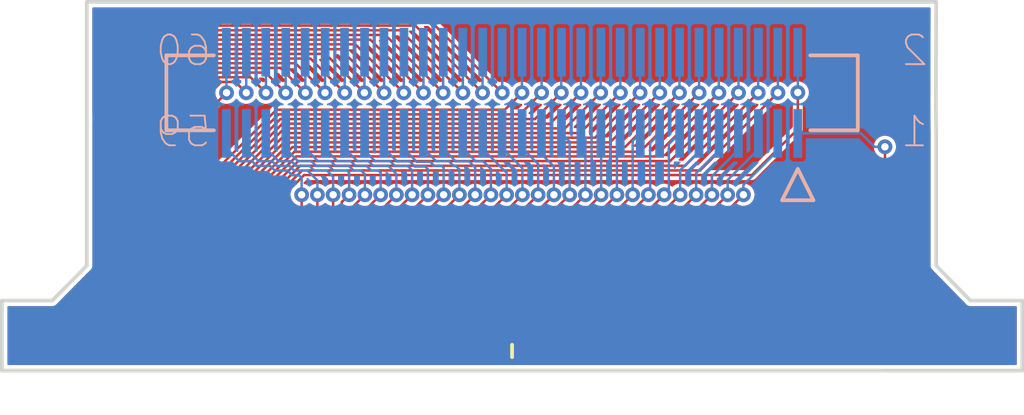
<source format=kicad_pcb>
(kicad_pcb (version 20171130) (host pcbnew 5.1.5)
  (layers (0 Top signal) (31 Bottom signal) (34 B.Paste user) (35 F.Paste user) (36 B.SilkS user) (37 F.SilkS user) (38 B.Mask user) (39 F.Mask user) (44 Edge.Cuts user))
  (net 0 "")
  (net 1 /P47)
  (net 2 /P46)
  (net 3 /P45)
  (net 4 /P44)
  (net 5 /P43)
  (net 6 /P42)
  (net 7 /P41)
  (net 8 /P40)
  (net 9 /P39)
  (net 10 /P38)
  (net 11 /P37)
  (net 12 /P36)
  (net 13 /P35)
  (net 14 /P34)
  (net 15 /P33)
  (net 16 /P32)
  (net 17 /P31)
  (net 18 /P30)
  (net 19 /P29)
  (net 20 /P28)
  (net 21 /P27)
  (net 22 /P26)
  (net 23 /P25)
  (net 24 /P24)
  (net 25 /P23)
  (net 26 /P22)
  (net 27 /P21)
  (net 28 /P20)
  (net 29 /P19)
  (net 30 /P18)
  (net 31 /P17)
  (net 32 /P16)
  (net 33 /P15)
  (net 34 /P14)
  (net 35 /P13)
  (net 36 /P12)
  (net 37 /P11)
  (net 38 /P10)
  (net 39 /P9)
  (net 40 /P8)
  (net 41 /P7)
  (net 42 /P6)
  (net 43 /P5)
  (net 44 /P4)
  (net 45 /P3)
  (net 46 /P2)
  (net 47 /P1)
  (net 48 /COM)
  (net 49 /P48)
  (net 50 /P49)
  (net 51 /P50)
  (net 52 /P51)
  (net 53 /P52)
  (net 54 /P53)
  (net 55 /P54)
  (net 56 /P55)
  (net 57 /P56)
  (net 58 /P57)
  (net 59 /P58)
  (net 60 /P59)
  (net 61 /P70)
  (net 62 /P69)
  (net 63 /P68)
  (net 64 /P67)
  (net 65 /P66)
  (net 66 /P65)
  (net 67 /P64)
  (net 68 /P63)
  (net 69 /P62)
  (net 70 /P61)
  (net 71 /P60)
  (module MechanicalAlNFlex:SAMTEC_FTE-130-01-G-DV-EC (layer Bottom) (at 148.5011 101.2036 180)
    (fp_text reference J1 hide)
    (fp_text value Conn_02x30_Odd_Even)
    (fp_text user 59 (at 14.5542 -2.286 180) (layer B.SilkS) (effects (font (size 1.2065 1.2065) (thickness 0.0762)) (justify right bottom mirror)))
    (fp_text user 60 (at 14.5542 1.016 180) (layer B.SilkS) (effects (font (size 1.2065 1.2065) (thickness 0.0762)) (justify right bottom mirror)))
    (fp_text user 1 (at -15.7226 -2.286 180) (layer B.SilkS) (effects (font (size 1.2065 1.2065) (thickness 0.0762)) (justify right bottom mirror)))
    (fp_text user 2 (at -15.7226 1.016 180) (layer B.SilkS) (effects (font (size 1.2065 1.2065) (thickness 0.0762)) (justify right bottom mirror)))
    (pad 60 smd rect (at 11.6078 1.651 180) (size 0.3556 1.9812) (layers Bottom B.Paste B.Mask) (net 47 /P1))
    (pad 59 smd rect (at 11.6078 -1.651 180) (size 0.3556 1.9812) (layers Bottom B.Paste B.Mask) (net 17 /P31))
    (pad 58 smd rect (at 10.795 1.651 180) (size 0.3556 1.9812) (layers Bottom B.Paste B.Mask) (net 46 /P2))
    (pad 57 smd rect (at 10.795 -1.651 180) (size 0.3556 1.9812) (layers Bottom B.Paste B.Mask) (net 16 /P32))
    (pad 56 smd rect (at 10.0076 1.651 180) (size 0.3556 1.9812) (layers Bottom B.Paste B.Mask) (net 45 /P3))
    (pad 55 smd rect (at 10.0076 -1.651 180) (size 0.3556 1.9812) (layers Bottom B.Paste B.Mask) (net 15 /P33))
    (pad 54 smd rect (at 9.1948 1.651 180) (size 0.3556 1.9812) (layers Bottom B.Paste B.Mask) (net 44 /P4))
    (pad 53 smd rect (at 9.1948 -1.651 180) (size 0.3556 1.9812) (layers Bottom B.Paste B.Mask) (net 14 /P34))
    (pad 52 smd rect (at 8.4074 1.651 180) (size 0.3556 1.9812) (layers Bottom B.Paste B.Mask) (net 43 /P5))
    (pad 51 smd rect (at 8.4074 -1.651 180) (size 0.3556 1.9812) (layers Bottom B.Paste B.Mask) (net 13 /P35))
    (pad 50 smd rect (at 7.5946 1.651 180) (size 0.3556 1.9812) (layers Bottom B.Paste B.Mask) (net 42 /P6))
    (pad 49 smd rect (at 7.5946 -1.651 180) (size 0.3556 1.9812) (layers Bottom B.Paste B.Mask) (net 12 /P36))
    (pad 48 smd rect (at 6.8072 1.651 180) (size 0.3556 1.9812) (layers Bottom B.Paste B.Mask) (net 41 /P7))
    (pad 47 smd rect (at 6.8072 -1.651 180) (size 0.3556 1.9812) (layers Bottom B.Paste B.Mask) (net 11 /P37))
    (pad 46 smd rect (at 5.9944 1.651 180) (size 0.3556 1.9812) (layers Bottom B.Paste B.Mask) (net 40 /P8))
    (pad 45 smd rect (at 5.9944 -1.651 180) (size 0.3556 1.9812) (layers Bottom B.Paste B.Mask) (net 10 /P38))
    (pad 44 smd rect (at 5.207 1.651 180) (size 0.3556 1.9812) (layers Bottom B.Paste B.Mask) (net 39 /P9))
    (pad 43 smd rect (at 5.207 -1.651 180) (size 0.3556 1.9812) (layers Bottom B.Paste B.Mask) (net 9 /P39))
    (pad 42 smd rect (at 4.3942 1.651 180) (size 0.3556 1.9812) (layers Bottom B.Paste B.Mask) (net 38 /P10))
    (pad 41 smd rect (at 4.3942 -1.651 180) (size 0.3556 1.9812) (layers Bottom B.Paste B.Mask) (net 8 /P40))
    (pad 40 smd rect (at 3.6068 1.651 180) (size 0.3556 1.9812) (layers Bottom B.Paste B.Mask) (net 37 /P11))
    (pad 39 smd rect (at 3.6068 -1.651 180) (size 0.3556 1.9812) (layers Bottom B.Paste B.Mask) (net 7 /P41))
    (pad 38 smd rect (at 2.794 1.651 180) (size 0.3556 1.9812) (layers Bottom B.Paste B.Mask) (net 36 /P12))
    (pad 37 smd rect (at 2.794 -1.651 180) (size 0.3556 1.9812) (layers Bottom B.Paste B.Mask) (net 6 /P42))
    (pad 36 smd rect (at 2.0066 1.651 180) (size 0.3556 1.9812) (layers Bottom B.Paste B.Mask) (net 35 /P13))
    (pad 35 smd rect (at 2.0066 -1.651 180) (size 0.3556 1.9812) (layers Bottom B.Paste B.Mask) (net 5 /P43))
    (pad 34 smd rect (at 1.1938 1.651 180) (size 0.3556 1.9812) (layers Bottom B.Paste B.Mask) (net 34 /P14))
    (pad 33 smd rect (at 1.1938 -1.651 180) (size 0.3556 1.9812) (layers Bottom B.Paste B.Mask) (net 4 /P44))
    (pad 32 smd rect (at 0.4064 1.651 180) (size 0.3556 1.9812) (layers Bottom B.Paste B.Mask) (net 33 /P15))
    (pad 31 smd rect (at 0.4064 -1.651 180) (size 0.3556 1.9812) (layers Bottom B.Paste B.Mask) (net 3 /P45))
    (pad 30 smd rect (at -0.4064 1.651 180) (size 0.3556 1.9812) (layers Bottom B.Paste B.Mask) (net 32 /P16))
    (pad 29 smd rect (at -0.4064 -1.651 180) (size 0.3556 1.9812) (layers Bottom B.Paste B.Mask) (net 2 /P46))
    (pad 28 smd rect (at -1.1938 1.651 180) (size 0.3556 1.9812) (layers Bottom B.Paste B.Mask) (net 31 /P17))
    (pad 27 smd rect (at -1.1938 -1.651 180) (size 0.3556 1.9812) (layers Bottom B.Paste B.Mask) (net 1 /P47))
    (pad 26 smd rect (at -2.0066 1.651 180) (size 0.3556 1.9812) (layers Bottom B.Paste B.Mask) (net 30 /P18))
    (pad 25 smd rect (at -2.0066 -1.651 180) (size 0.3556 1.9812) (layers Bottom B.Paste B.Mask) (net 49 /P48))
    (pad 24 smd rect (at -2.794 1.651 180) (size 0.3556 1.9812) (layers Bottom B.Paste B.Mask) (net 29 /P19))
    (pad 23 smd rect (at -2.794 -1.651 180) (size 0.3556 1.9812) (layers Bottom B.Paste B.Mask) (net 50 /P49))
    (pad 22 smd rect (at -3.6068 1.651 180) (size 0.3556 1.9812) (layers Bottom B.Paste B.Mask) (net 28 /P20))
    (pad 21 smd rect (at -3.6068 -1.651 180) (size 0.3556 1.9812) (layers Bottom B.Paste B.Mask) (net 51 /P50))
    (pad 20 smd rect (at -4.3942 1.651 180) (size 0.3556 1.9812) (layers Bottom B.Paste B.Mask) (net 27 /P21))
    (pad 19 smd rect (at -4.3942 -1.651 180) (size 0.3556 1.9812) (layers Bottom B.Paste B.Mask) (net 52 /P51))
    (pad 18 smd rect (at -5.207 1.651 180) (size 0.3556 1.9812) (layers Bottom B.Paste B.Mask) (net 26 /P22))
    (pad 17 smd rect (at -5.207 -1.651 180) (size 0.3556 1.9812) (layers Bottom B.Paste B.Mask) (net 53 /P52))
    (pad 16 smd rect (at -5.9944 1.651 180) (size 0.3556 1.9812) (layers Bottom B.Paste B.Mask) (net 25 /P23))
    (pad 15 smd rect (at -5.9944 -1.651 180) (size 0.3556 1.9812) (layers Bottom B.Paste B.Mask) (net 54 /P53))
    (pad 14 smd rect (at -6.8072 1.651 180) (size 0.3556 1.9812) (layers Bottom B.Paste B.Mask) (net 24 /P24))
    (pad 13 smd rect (at -6.8072 -1.651 180) (size 0.3556 1.9812) (layers Bottom B.Paste B.Mask) (net 55 /P54))
    (pad 12 smd rect (at -7.5946 1.651 180) (size 0.3556 1.9812) (layers Bottom B.Paste B.Mask) (net 23 /P25))
    (pad 11 smd rect (at -7.5946 -1.651 180) (size 0.3556 1.9812) (layers Bottom B.Paste B.Mask) (net 56 /P55))
    (pad 10 smd rect (at -8.4074 1.651 180) (size 0.3556 1.9812) (layers Bottom B.Paste B.Mask) (net 22 /P26))
    (pad 9 smd rect (at -8.4074 -1.651 180) (size 0.3556 1.9812) (layers Bottom B.Paste B.Mask) (net 57 /P56))
    (pad 8 smd rect (at -9.1948 1.651 180) (size 0.3556 1.9812) (layers Bottom B.Paste B.Mask) (net 21 /P27))
    (pad 7 smd rect (at -9.1948 -1.651 180) (size 0.3556 1.9812) (layers Bottom B.Paste B.Mask) (net 58 /P57))
    (pad 6 smd rect (at -10.0076 1.651 180) (size 0.3556 1.9812) (layers Bottom B.Paste B.Mask) (net 20 /P28))
    (pad 5 smd rect (at -10.0076 -1.651 180) (size 0.3556 1.9812) (layers Bottom B.Paste B.Mask) (net 59 /P58))
    (pad 4 smd rect (at -10.795 1.651 180) (size 0.3556 1.9812) (layers Bottom B.Paste B.Mask) (net 19 /P29))
    (pad 3 smd rect (at -10.795 -1.651 180) (size 0.3556 1.9812) (layers Bottom B.Paste B.Mask) (net 60 /P59))
    (pad 2 smd rect (at -11.6078 1.651 180) (size 0.3556 1.9812) (layers Bottom B.Paste B.Mask) (net 18 /P30))
    (pad 1 smd rect (at -11.6078 -1.651 180) (size 0.3556 1.9812) (layers Bottom B.Paste B.Mask) (net 48 /COM))
  )
  (module unl_silab:ETROC_70pad_100x150um_200um_pitch (layer Top) (at 151.97 111.57)
    (fp_text reference J3 hide)
    (fp_text value Conn_02x35_Top_Bottom hide)
    (pad 70 smd rect (at 13.8 0) (size 0.1 0.15) (layers Top F.Mask) (net 48 /COM))
    (pad 69 smd rect (at 13.6 0) (size 0.1 0.15) (layers Top F.Mask) (net 48 /COM))
    (pad 68 smd rect (at 13.4 0) (size 0.1 0.15) (layers Top F.Mask) (net 48 /COM))
    (pad 67 smd rect (at 13.2 0) (size 0.1 0.15) (layers Top F.Mask) (net 48 /COM))
    (pad 66 smd rect (at 13 0) (size 0.1 0.15) (layers Top F.Mask) (net 48 /COM))
    (pad 65 smd rect (at 12.8 0) (size 0.1 0.15) (layers Top F.Mask) (net 48 /COM))
    (pad 64 smd rect (at 12.6 0) (size 0.1 0.15) (layers Top F.Mask) (net 48 /COM))
    (pad 63 smd rect (at 12.4 0) (size 0.1 0.15) (layers Top F.Mask) (net 48 /COM))
    (pad 62 smd rect (at 12.2 0) (size 0.1 0.15) (layers Top F.Mask) (net 48 /COM))
    (pad 61 smd rect (at 12 0) (size 0.1 0.15) (layers Top F.Mask) (net 48 /COM))
    (pad 60 smd rect (at 11.8 0) (size 0.1 0.15) (layers Top F.Mask) (net 48 /COM))
    (pad 59 smd rect (at 11.6 0) (size 0.1 0.15) (layers Top F.Mask) (net 48 /COM))
    (pad 58 smd rect (at 11.4 0) (size 0.1 0.15) (layers Top F.Mask) (net 48 /COM))
    (pad 57 smd rect (at 11.2 0) (size 0.1 0.15) (layers Top F.Mask) (net 48 /COM))
    (pad 56 smd rect (at 11 0) (size 0.1 0.15) (layers Top F.Mask) (net 48 /COM))
    (pad 55 smd rect (at 10.8 0) (size 0.1 0.15) (layers Top F.Mask) (net 48 /COM))
    (pad 54 smd rect (at 10.6 0) (size 0.1 0.15) (layers Top F.Mask) (net 48 /COM))
    (pad 53 smd rect (at 10.4 0) (size 0.1 0.15) (layers Top F.Mask) (net 48 /COM))
    (pad 52 smd rect (at 10.2 0) (size 0.1 0.15) (layers Top F.Mask) (net 48 /COM))
    (pad 51 smd rect (at 10 0) (size 0.1 0.15) (layers Top F.Mask) (net 48 /COM))
    (pad 50 smd rect (at 9.8 0) (size 0.1 0.15) (layers Top F.Mask) (net 48 /COM))
    (pad 49 smd rect (at 9.6 0) (size 0.1 0.15) (layers Top F.Mask) (net 48 /COM))
    (pad 48 smd rect (at 9.4 0) (size 0.1 0.15) (layers Top F.Mask) (net 48 /COM))
    (pad 47 smd rect (at 9.2 0) (size 0.1 0.15) (layers Top F.Mask) (net 48 /COM))
    (pad 46 smd rect (at 9 0) (size 0.1 0.15) (layers Top F.Mask) (net 48 /COM))
    (pad 45 smd rect (at 8.8 0) (size 0.1 0.15) (layers Top F.Mask) (net 48 /COM))
    (pad 44 smd rect (at 8.6 0) (size 0.1 0.15) (layers Top F.Mask) (net 48 /COM))
    (pad 43 smd rect (at 8.4 0) (size 0.1 0.15) (layers Top F.Mask) (net 48 /COM))
    (pad 42 smd rect (at 8.2 0) (size 0.1 0.15) (layers Top F.Mask) (net 48 /COM))
    (pad 41 smd rect (at 8 0) (size 0.1 0.15) (layers Top F.Mask) (net 48 /COM))
    (pad 40 smd rect (at 7.8 0) (size 0.1 0.15) (layers Top F.Mask) (net 48 /COM))
    (pad 39 smd rect (at 7.6 0) (size 0.1 0.15) (layers Top F.Mask) (net 48 /COM))
    (pad 38 smd rect (at 7.4 0) (size 0.1 0.15) (layers Top F.Mask) (net 48 /COM))
    (pad 37 smd rect (at 7.2 0) (size 0.1 0.15) (layers Top F.Mask) (net 48 /COM))
    (pad 36 smd rect (at 7 0) (size 0.1 0.15) (layers Top F.Mask) (net 48 /COM))
    (pad 35 smd rect (at 6.8 0) (size 0.1 0.15) (layers Top F.Mask) (net 48 /COM))
    (pad 34 smd rect (at 6.6 0) (size 0.1 0.15) (layers Top F.Mask) (net 48 /COM))
    (pad 33 smd rect (at 6.4 0) (size 0.1 0.15) (layers Top F.Mask) (net 48 /COM))
    (pad 32 smd rect (at 6.2 0) (size 0.1 0.15) (layers Top F.Mask) (net 48 /COM))
    (pad 31 smd rect (at 6 0) (size 0.1 0.15) (layers Top F.Mask) (net 48 /COM))
    (pad 30 smd rect (at 5.8 0) (size 0.1 0.15) (layers Top F.Mask) (net 48 /COM))
    (pad 29 smd rect (at 5.6 0) (size 0.1 0.15) (layers Top F.Mask) (net 48 /COM))
    (pad 28 smd rect (at 5.4 0) (size 0.1 0.15) (layers Top F.Mask) (net 48 /COM))
    (pad 27 smd rect (at 5.2 0) (size 0.1 0.15) (layers Top F.Mask) (net 48 /COM))
    (pad 26 smd rect (at 5 0) (size 0.1 0.15) (layers Top F.Mask) (net 48 /COM))
    (pad 25 smd rect (at 4.8 0) (size 0.1 0.15) (layers Top F.Mask) (net 48 /COM))
    (pad 24 smd rect (at 4.6 0) (size 0.1 0.15) (layers Top F.Mask) (net 48 /COM))
    (pad 23 smd rect (at 4.4 0) (size 0.1 0.15) (layers Top F.Mask) (net 48 /COM))
    (pad 22 smd rect (at 4.2 0) (size 0.1 0.15) (layers Top F.Mask) (net 48 /COM))
    (pad 21 smd rect (at 4 0) (size 0.1 0.15) (layers Top F.Mask) (net 48 /COM))
    (pad 20 smd rect (at 3.8 0) (size 0.1 0.15) (layers Top F.Mask) (net 48 /COM))
    (pad 19 smd rect (at 3.6 0) (size 0.1 0.15) (layers Top F.Mask) (net 48 /COM))
    (pad 18 smd rect (at 3.4 0) (size 0.1 0.15) (layers Top F.Mask) (net 48 /COM))
    (pad 17 smd rect (at 3.2 0) (size 0.1 0.15) (layers Top F.Mask) (net 48 /COM))
    (pad 16 smd rect (at 3 0) (size 0.1 0.15) (layers Top F.Mask) (net 48 /COM))
    (pad 15 smd rect (at 2.8 0) (size 0.1 0.15) (layers Top F.Mask) (net 48 /COM))
    (pad 14 smd rect (at 2.6 0) (size 0.1 0.15) (layers Top F.Mask) (net 48 /COM))
    (pad 13 smd rect (at 2.4 0) (size 0.1 0.15) (layers Top F.Mask) (net 48 /COM))
    (pad 12 smd rect (at 2.2 0) (size 0.1 0.15) (layers Top F.Mask) (net 48 /COM))
    (pad 11 smd rect (at 2 0) (size 0.1 0.15) (layers Top F.Mask) (net 48 /COM))
    (pad 10 smd rect (at 1.8 0) (size 0.1 0.15) (layers Top F.Mask) (net 48 /COM))
    (pad 9 smd rect (at 1.6 0) (size 0.1 0.15) (layers Top F.Mask) (net 48 /COM))
    (pad 8 smd rect (at 1.4 0) (size 0.1 0.15) (layers Top F.Mask) (net 48 /COM))
    (pad 7 smd rect (at 1.2 0) (size 0.1 0.15) (layers Top F.Mask) (net 48 /COM))
    (pad 6 smd rect (at 1 0) (size 0.1 0.15) (layers Top F.Mask) (net 48 /COM))
    (pad 5 smd rect (at 0.8 0) (size 0.1 0.15) (layers Top F.Mask) (net 48 /COM))
    (pad 4 smd rect (at 0.6 0) (size 0.1 0.15) (layers Top F.Mask) (net 48 /COM))
    (pad 3 smd rect (at 0.4 0) (size 0.1 0.15) (layers Top F.Mask) (net 48 /COM))
    (pad 2 smd rect (at 0.2 0) (size 0.1 0.15) (layers Top F.Mask) (net 48 /COM))
    (pad 1 smd rect (at 0 0) (size 0.1 0.15) (layers Top F.Mask) (net 48 /COM))
  )
  (module unl_silab:ETROC_70pad_100x150um_200um_pitch (layer Top) (at 131.21 111.58)
    (fp_text reference J2 hide)
    (fp_text value Conn_02x35_Top_Bottom hide)
    (pad 70 smd rect (at 13.8 0) (size 0.1 0.15) (layers Top F.Mask) (net 61 /P70))
    (pad 69 smd rect (at 13.6 0) (size 0.1 0.15) (layers Top F.Mask) (net 62 /P69))
    (pad 68 smd rect (at 13.4 0) (size 0.1 0.15) (layers Top F.Mask) (net 63 /P68))
    (pad 67 smd rect (at 13.2 0) (size 0.1 0.15) (layers Top F.Mask) (net 64 /P67))
    (pad 66 smd rect (at 13 0) (size 0.1 0.15) (layers Top F.Mask) (net 65 /P66))
    (pad 65 smd rect (at 12.8 0) (size 0.1 0.15) (layers Top F.Mask) (net 66 /P65))
    (pad 64 smd rect (at 12.6 0) (size 0.1 0.15) (layers Top F.Mask) (net 67 /P64))
    (pad 63 smd rect (at 12.4 0) (size 0.1 0.15) (layers Top F.Mask) (net 68 /P63))
    (pad 62 smd rect (at 12.2 0) (size 0.1 0.15) (layers Top F.Mask) (net 69 /P62))
    (pad 61 smd rect (at 12 0) (size 0.1 0.15) (layers Top F.Mask) (net 70 /P61))
    (pad 60 smd rect (at 11.8 0) (size 0.1 0.15) (layers Top F.Mask) (net 71 /P60))
    (pad 59 smd rect (at 11.6 0) (size 0.1 0.15) (layers Top F.Mask) (net 60 /P59))
    (pad 58 smd rect (at 11.4 0) (size 0.1 0.15) (layers Top F.Mask) (net 59 /P58))
    (pad 57 smd rect (at 11.2 0) (size 0.1 0.15) (layers Top F.Mask) (net 58 /P57))
    (pad 56 smd rect (at 11 0) (size 0.1 0.15) (layers Top F.Mask) (net 57 /P56))
    (pad 55 smd rect (at 10.8 0) (size 0.1 0.15) (layers Top F.Mask) (net 56 /P55))
    (pad 54 smd rect (at 10.6 0) (size 0.1 0.15) (layers Top F.Mask) (net 55 /P54))
    (pad 53 smd rect (at 10.4 0) (size 0.1 0.15) (layers Top F.Mask) (net 54 /P53))
    (pad 52 smd rect (at 10.2 0) (size 0.1 0.15) (layers Top F.Mask) (net 53 /P52))
    (pad 51 smd rect (at 10 0) (size 0.1 0.15) (layers Top F.Mask) (net 52 /P51))
    (pad 50 smd rect (at 9.8 0) (size 0.1 0.15) (layers Top F.Mask) (net 51 /P50))
    (pad 49 smd rect (at 9.6 0) (size 0.1 0.15) (layers Top F.Mask) (net 50 /P49))
    (pad 48 smd rect (at 9.4 0) (size 0.1 0.15) (layers Top F.Mask) (net 49 /P48))
    (pad 47 smd rect (at 9.2 0) (size 0.1 0.15) (layers Top F.Mask) (net 1 /P47))
    (pad 46 smd rect (at 9 0) (size 0.1 0.15) (layers Top F.Mask) (net 2 /P46))
    (pad 45 smd rect (at 8.8 0) (size 0.1 0.15) (layers Top F.Mask) (net 3 /P45))
    (pad 44 smd rect (at 8.6 0) (size 0.1 0.15) (layers Top F.Mask) (net 4 /P44))
    (pad 43 smd rect (at 8.4 0) (size 0.1 0.15) (layers Top F.Mask) (net 5 /P43))
    (pad 42 smd rect (at 8.2 0) (size 0.1 0.15) (layers Top F.Mask) (net 6 /P42))
    (pad 41 smd rect (at 8 0) (size 0.1 0.15) (layers Top F.Mask) (net 7 /P41))
    (pad 40 smd rect (at 7.8 0) (size 0.1 0.15) (layers Top F.Mask) (net 8 /P40))
    (pad 39 smd rect (at 7.6 0) (size 0.1 0.15) (layers Top F.Mask) (net 9 /P39))
    (pad 38 smd rect (at 7.4 0) (size 0.1 0.15) (layers Top F.Mask) (net 10 /P38))
    (pad 37 smd rect (at 7.2 0) (size 0.1 0.15) (layers Top F.Mask) (net 11 /P37))
    (pad 36 smd rect (at 7 0) (size 0.1 0.15) (layers Top F.Mask) (net 12 /P36))
    (pad 35 smd rect (at 6.8 0) (size 0.1 0.15) (layers Top F.Mask) (net 13 /P35))
    (pad 34 smd rect (at 6.6 0) (size 0.1 0.15) (layers Top F.Mask) (net 14 /P34))
    (pad 33 smd rect (at 6.4 0) (size 0.1 0.15) (layers Top F.Mask) (net 15 /P33))
    (pad 32 smd rect (at 6.2 0) (size 0.1 0.15) (layers Top F.Mask) (net 16 /P32))
    (pad 31 smd rect (at 6 0) (size 0.1 0.15) (layers Top F.Mask) (net 17 /P31))
    (pad 30 smd rect (at 5.8 0) (size 0.1 0.15) (layers Top F.Mask) (net 18 /P30))
    (pad 29 smd rect (at 5.6 0) (size 0.1 0.15) (layers Top F.Mask) (net 19 /P29))
    (pad 28 smd rect (at 5.4 0) (size 0.1 0.15) (layers Top F.Mask) (net 20 /P28))
    (pad 27 smd rect (at 5.2 0) (size 0.1 0.15) (layers Top F.Mask) (net 21 /P27))
    (pad 26 smd rect (at 5 0) (size 0.1 0.15) (layers Top F.Mask) (net 22 /P26))
    (pad 25 smd rect (at 4.8 0) (size 0.1 0.15) (layers Top F.Mask) (net 23 /P25))
    (pad 24 smd rect (at 4.6 0) (size 0.1 0.15) (layers Top F.Mask) (net 24 /P24))
    (pad 23 smd rect (at 4.4 0) (size 0.1 0.15) (layers Top F.Mask) (net 25 /P23))
    (pad 22 smd rect (at 4.2 0) (size 0.1 0.15) (layers Top F.Mask) (net 26 /P22))
    (pad 21 smd rect (at 4 0) (size 0.1 0.15) (layers Top F.Mask) (net 27 /P21))
    (pad 20 smd rect (at 3.8 0) (size 0.1 0.15) (layers Top F.Mask) (net 28 /P20))
    (pad 19 smd rect (at 3.6 0) (size 0.1 0.15) (layers Top F.Mask) (net 29 /P19))
    (pad 18 smd rect (at 3.4 0) (size 0.1 0.15) (layers Top F.Mask) (net 30 /P18))
    (pad 17 smd rect (at 3.2 0) (size 0.1 0.15) (layers Top F.Mask) (net 31 /P17))
    (pad 16 smd rect (at 3 0) (size 0.1 0.15) (layers Top F.Mask) (net 32 /P16))
    (pad 15 smd rect (at 2.8 0) (size 0.1 0.15) (layers Top F.Mask) (net 47 /P1))
    (pad 14 smd rect (at 2.6 0) (size 0.1 0.15) (layers Top F.Mask) (net 46 /P2))
    (pad 13 smd rect (at 2.4 0) (size 0.1 0.15) (layers Top F.Mask) (net 45 /P3))
    (pad 12 smd rect (at 2.2 0) (size 0.1 0.15) (layers Top F.Mask) (net 44 /P4))
    (pad 11 smd rect (at 2 0) (size 0.1 0.15) (layers Top F.Mask) (net 43 /P5))
    (pad 10 smd rect (at 1.8 0) (size 0.1 0.15) (layers Top F.Mask) (net 42 /P6))
    (pad 9 smd rect (at 1.6 0) (size 0.1 0.15) (layers Top F.Mask) (net 41 /P7))
    (pad 8 smd rect (at 1.4 0) (size 0.1 0.15) (layers Top F.Mask) (net 40 /P8))
    (pad 7 smd rect (at 1.2 0) (size 0.1 0.15) (layers Top F.Mask) (net 39 /P9))
    (pad 6 smd rect (at 1 0) (size 0.1 0.15) (layers Top F.Mask) (net 38 /P10))
    (pad 5 smd rect (at 0.8 0) (size 0.1 0.15) (layers Top F.Mask) (net 37 /P11))
    (pad 4 smd rect (at 0.6 0) (size 0.1 0.15) (layers Top F.Mask) (net 36 /P12))
    (pad 3 smd rect (at 0.4 0) (size 0.1 0.15) (layers Top F.Mask) (net 35 /P13))
    (pad 2 smd rect (at 0.2 0) (size 0.1 0.15) (layers Top F.Mask) (net 34 /P14))
    (pad 1 smd rect (at 0 0) (size 0.1 0.15) (layers Top F.Mask) (net 33 /P15))
  )
  (gr_line (start 127.7711 112.5036) (end 163.5211 112.5036) (layer F.SilkS) (width 0.1524))
  (gr_line (start 127.7711 112.5036) (end 169.2311 112.5036) (layer Edge.Cuts) (width 0.1524))
  (gr_line (start 169.2311 112.5036) (end 169.2311 109.6536) (layer Edge.Cuts) (width 0.1524))
  (gr_line (start 169.2311 109.6536) (end 167.1211 109.6536) (layer Edge.Cuts) (width 0.1524))
  (gr_line (start 167.1211 109.6536) (end 165.7311 108.2336) (layer Edge.Cuts) (width 0.1524))
  (gr_line (start 165.7311 108.2336) (end 165.7311 102.8536) (layer Edge.Cuts) (width 0.1524))
  (gr_line (start 165.7311 102.8536) (end 165.7211 101.8036) (layer Edge.Cuts) (width 0.1524))
  (gr_line (start 165.7311 97.5036) (end 131.2211 97.5036) (layer Edge.Cuts) (width 0.1524))
  (gr_line (start 131.2211 97.5036) (end 131.2211 108.2336) (layer Edge.Cuts) (width 0.1524))
  (gr_line (start 131.2211 108.2336) (end 129.8211 109.6536) (layer Edge.Cuts) (width 0.1524))
  (gr_line (start 129.8211 109.6536) (end 127.7711 109.6536) (layer Edge.Cuts) (width 0.1524))
  (gr_line (start 127.7711 109.6536) (end 127.7711 112.5036) (layer Edge.Cuts) (width 0.1524))
  (gr_line (start 165.7311 97.5036) (end 165.7211 101.8036) (layer Edge.Cuts) (width 0.1524))
  (gr_line (start 148.5011 111.4536) (end 148.5011 111.9536) (layer F.SilkS) (width 0.1524))
  (segment (start 165.77 111.57) (end 165.77 110.69) (width 0.1) (layer Top) (net 48))
  (segment (start 165.57 111.395) (end 165.57 110.68) (width 0.1) (layer Top) (net 48))
  (segment (start 165.57 111.57) (end 165.57 111.395) (width 0.1) (layer Top) (net 48))
  (segment (start 164.77 111.57) (end 164.77 110.68001) (width 0.1) (layer Top) (net 48))
  (segment (start 164.97 111.57) (end 164.97 110.68) (width 0.1) (layer Top) (net 48))
  (segment (start 164.57 111.57) (end 164.57 110.69) (width 0.1) (layer Top) (net 48))
  (segment (start 164.37 111.395) (end 164.37 110.68) (width 0.1) (layer Top) (net 48))
  (segment (start 165.37 111.57) (end 165.37 110.69) (width 0.1) (layer Top) (net 48))
  (segment (start 164.37 111.57) (end 164.37 111.395) (width 0.1) (layer Top) (net 48))
  (segment (start 165.17 111.395) (end 165.17 110.68) (width 0.1) (layer Top) (net 48))
  (segment (start 165.17 111.57) (end 165.17 111.395) (width 0.1) (layer Top) (net 48))
  (segment (start 163.57 111.57) (end 163.57 110.68001) (width 0.1) (layer Top) (net 48))
  (segment (start 163.77 111.57) (end 163.77 110.68) (width 0.1) (layer Top) (net 48))
  (segment (start 163.37 111.57) (end 163.37 110.69) (width 0.1) (layer Top) (net 48))
  (segment (start 163.17 111.395) (end 163.17 110.68) (width 0.1) (layer Top) (net 48))
  (segment (start 164.17 111.57) (end 164.17 110.69) (width 0.1) (layer Top) (net 48))
  (segment (start 163.17 111.57) (end 163.17 111.395) (width 0.1) (layer Top) (net 48))
  (segment (start 163.97 111.395) (end 163.97 110.68) (width 0.1) (layer Top) (net 48))
  (segment (start 163.97 111.57) (end 163.97 111.395) (width 0.1) (layer Top) (net 48))
  (segment (start 162.37 111.57) (end 162.37 110.68001) (width 0.1) (layer Top) (net 48))
  (segment (start 162.57 111.57) (end 162.57 110.68) (width 0.1) (layer Top) (net 48))
  (segment (start 162.17 111.57) (end 162.17 110.69) (width 0.1) (layer Top) (net 48))
  (segment (start 161.97 111.395) (end 161.97 110.68) (width 0.1) (layer Top) (net 48))
  (segment (start 162.97 111.57) (end 162.97 110.69) (width 0.1) (layer Top) (net 48))
  (segment (start 161.97 111.57) (end 161.97 111.395) (width 0.1) (layer Top) (net 48))
  (segment (start 162.77 111.395) (end 162.77 110.68) (width 0.1) (layer Top) (net 48))
  (segment (start 162.77 111.57) (end 162.77 111.395) (width 0.1) (layer Top) (net 48))
  (segment (start 161.17 111.57) (end 161.17 110.68001) (width 0.1) (layer Top) (net 48))
  (segment (start 161.37 111.57) (end 161.37 110.68) (width 0.1) (layer Top) (net 48))
  (segment (start 160.97 111.57) (end 160.97 110.69) (width 0.1) (layer Top) (net 48))
  (segment (start 160.77 111.395) (end 160.77 110.68) (width 0.1) (layer Top) (net 48))
  (segment (start 161.77 111.57) (end 161.77 110.69) (width 0.1) (layer Top) (net 48))
  (segment (start 160.77 111.57) (end 160.77 111.395) (width 0.1) (layer Top) (net 48))
  (segment (start 161.57 111.395) (end 161.57 110.68) (width 0.1) (layer Top) (net 48))
  (segment (start 161.57 111.57) (end 161.57 111.395) (width 0.1) (layer Top) (net 48))
  (segment (start 159.97 111.57) (end 159.97 110.68001) (width 0.1) (layer Top) (net 48))
  (segment (start 160.17 111.57) (end 160.17 110.68) (width 0.1) (layer Top) (net 48))
  (segment (start 159.77 111.57) (end 159.77 110.69) (width 0.1) (layer Top) (net 48))
  (segment (start 159.57 111.395) (end 159.57 110.68) (width 0.1) (layer Top) (net 48))
  (segment (start 160.57 111.57) (end 160.57 110.69) (width 0.1) (layer Top) (net 48))
  (segment (start 159.57 111.57) (end 159.57 111.395) (width 0.1) (layer Top) (net 48))
  (segment (start 160.37 111.395) (end 160.37 110.68) (width 0.1) (layer Top) (net 48))
  (segment (start 160.37 111.57) (end 160.37 111.395) (width 0.1) (layer Top) (net 48))
  (segment (start 158.77 111.58) (end 158.77 110.69001) (width 0.1) (layer Top) (net 48))
  (segment (start 158.97 111.58) (end 158.97 110.69) (width 0.1) (layer Top) (net 48))
  (segment (start 158.57 111.58) (end 158.57 110.7) (width 0.1) (layer Top) (net 48))
  (segment (start 158.37 111.405) (end 158.37 110.69) (width 0.1) (layer Top) (net 48))
  (segment (start 159.37 111.58) (end 159.37 110.7) (width 0.1) (layer Top) (net 48))
  (segment (start 158.37 111.58) (end 158.37 111.405) (width 0.1) (layer Top) (net 48))
  (segment (start 159.17 111.405) (end 159.17 110.69) (width 0.1) (layer Top) (net 48))
  (segment (start 159.17 111.58) (end 159.17 111.405) (width 0.1) (layer Top) (net 48))
  (segment (start 157.57 111.57) (end 157.57 110.68001) (width 0.1) (layer Top) (net 48))
  (segment (start 157.77 111.57) (end 157.77 110.68) (width 0.1) (layer Top) (net 48))
  (segment (start 157.37 111.57) (end 157.37 110.69) (width 0.1) (layer Top) (net 48))
  (segment (start 157.17 111.395) (end 157.17 110.68) (width 0.1) (layer Top) (net 48))
  (segment (start 158.17 111.57) (end 158.17 110.69) (width 0.1) (layer Top) (net 48))
  (segment (start 157.17 111.57) (end 157.17 111.395) (width 0.1) (layer Top) (net 48))
  (segment (start 157.97 111.395) (end 157.97 110.68) (width 0.1) (layer Top) (net 48))
  (segment (start 157.97 111.57) (end 157.97 111.395) (width 0.1) (layer Top) (net 48))
  (segment (start 156.37 111.57) (end 156.37 110.68001) (width 0.1) (layer Top) (net 48))
  (segment (start 156.57 111.57) (end 156.57 110.68) (width 0.1) (layer Top) (net 48))
  (segment (start 156.17 111.57) (end 156.17 110.69) (width 0.1) (layer Top) (net 48))
  (segment (start 155.97 111.395) (end 155.97 110.68) (width 0.1) (layer Top) (net 48))
  (segment (start 156.97 111.57) (end 156.97 110.69) (width 0.1) (layer Top) (net 48))
  (segment (start 155.97 111.57) (end 155.97 111.395) (width 0.1) (layer Top) (net 48))
  (segment (start 156.77 111.395) (end 156.77 110.68) (width 0.1) (layer Top) (net 48))
  (segment (start 156.77 111.57) (end 156.77 111.395) (width 0.1) (layer Top) (net 48))
  (segment (start 155.17 111.58) (end 155.17 110.69001) (width 0.1) (layer Top) (net 48))
  (segment (start 155.37 111.58) (end 155.37 110.69) (width 0.1) (layer Top) (net 48))
  (segment (start 154.97 111.58) (end 154.97 110.7) (width 0.1) (layer Top) (net 48))
  (segment (start 154.77 111.405) (end 154.77 110.69) (width 0.1) (layer Top) (net 48))
  (segment (start 155.77 111.58) (end 155.77 110.7) (width 0.1) (layer Top) (net 48))
  (segment (start 154.77 111.58) (end 154.77 111.405) (width 0.1) (layer Top) (net 48))
  (segment (start 155.57 111.405) (end 155.57 110.69) (width 0.1) (layer Top) (net 48))
  (segment (start 155.57 111.58) (end 155.57 111.405) (width 0.1) (layer Top) (net 48))
  (segment (start 153.97 111.57) (end 153.97 110.68001) (width 0.1) (layer Top) (net 48))
  (segment (start 154.17 111.57) (end 154.17 110.68) (width 0.1) (layer Top) (net 48))
  (segment (start 153.77 111.57) (end 153.77 110.69) (width 0.1) (layer Top) (net 48))
  (segment (start 153.57 111.395) (end 153.57 110.68) (width 0.1) (layer Top) (net 48))
  (segment (start 154.57 111.57) (end 154.57 110.69) (width 0.1) (layer Top) (net 48))
  (segment (start 153.57 111.57) (end 153.57 111.395) (width 0.1) (layer Top) (net 48))
  (segment (start 154.37 111.395) (end 154.37 110.68) (width 0.1) (layer Top) (net 48))
  (segment (start 154.37 111.57) (end 154.37 111.395) (width 0.1) (layer Top) (net 48))
  (via (at 150.200039 105.35) (size 0.6) (drill 0.3) (layers Top Bottom) (net 1))
  (segment (start 149.90004 105.649999) (end 150.200039 105.35) (width 0.1) (layer Top) (net 1))
  (segment (start 142.832156 108.209868) (end 147.340171 108.209868) (width 0.1) (layer Top) (net 1))
  (segment (start 147.340171 108.209868) (end 149.90004 105.649999) (width 0.1) (layer Top) (net 1))
  (segment (start 140.41 110.632024) (end 142.832156 108.209868) (width 0.1) (layer Top) (net 1))
  (segment (start 140.41 111.58) (end 140.41 110.632024) (width 0.1) (layer Top) (net 1))
  (segment (start 150.200039 105.35) (end 150.200039 104.200039) (width 0.1) (layer Bottom) (net 1))
  (segment (start 150.200039 104.200039) (end 149.7 103.7) (width 0.1) (layer Bottom) (net 1))
  (segment (start 149.7 103.7) (end 149.7 102.85) (width 0.1) (layer Bottom) (net 1))
  (via (at 149.560036 105.35) (size 0.6) (drill 0.3) (layers Top Bottom) (net 2))
  (segment (start 142.753451 108.019857) (end 146.890179 108.019857) (width 0.1) (layer Top) (net 2))
  (segment (start 146.890179 108.019857) (end 149.260037 105.649999) (width 0.1) (layer Top) (net 2))
  (segment (start 149.260037 105.649999) (end 149.560036 105.35) (width 0.1) (layer Top) (net 2))
  (segment (start 140.21 110.563308) (end 142.753451 108.019857) (width 0.1) (layer Top) (net 2))
  (segment (start 140.21 111.58) (end 140.21 110.563308) (width 0.1) (layer Top) (net 2))
  (segment (start 149.560036 105.35) (end 149.560036 104.100036) (width 0.1) (layer Bottom) (net 2))
  (segment (start 149.560036 104.100036) (end 148.9 103.44) (width 0.1) (layer Bottom) (net 2))
  (segment (start 148.9 103.44) (end 148.9 102.86) (width 0.1) (layer Bottom) (net 2))
  (via (at 148.920033 105.35) (size 0.6) (drill 0.3) (layers Top Bottom) (net 3))
  (segment (start 148.620034 105.649999) (end 148.920033 105.35) (width 0.1) (layer Top) (net 3))
  (segment (start 140.01 110.494592) (end 142.674746 107.829846) (width 0.1) (layer Top) (net 3))
  (segment (start 146.440187 107.829846) (end 148.620034 105.649999) (width 0.1) (layer Top) (net 3))
  (segment (start 140.01 111.58) (end 140.01 110.494592) (width 0.1) (layer Top) (net 3))
  (segment (start 142.674746 107.829846) (end 146.440187 107.829846) (width 0.1) (layer Top) (net 3))
  (segment (start 148.920033 105.35) (end 148.920033 104.270033) (width 0.1) (layer Bottom) (net 3))
  (segment (start 148.920033 104.270033) (end 148.09 103.44) (width 0.1) (layer Bottom) (net 3))
  (segment (start 148.09 103.44) (end 148.09 102.86) (width 0.1) (layer Bottom) (net 3))
  (via (at 148.28003 105.35) (size 0.6) (drill 0.3) (layers Top Bottom) (net 4))
  (segment (start 142.596041 107.639835) (end 145.990195 107.639835) (width 0.1) (layer Top) (net 4))
  (segment (start 145.990195 107.639835) (end 147.980031 105.649999) (width 0.1) (layer Top) (net 4))
  (segment (start 139.81 110.425876) (end 142.596041 107.639835) (width 0.1) (layer Top) (net 4))
  (segment (start 147.980031 105.649999) (end 148.28003 105.35) (width 0.1) (layer Top) (net 4))
  (segment (start 139.81 111.58) (end 139.81 110.425876) (width 0.1) (layer Top) (net 4))
  (segment (start 148.28003 105.35) (end 148.28003 104.40003) (width 0.1) (layer Bottom) (net 4))
  (segment (start 148.219728 104.40003) (end 147.31 103.490302) (width 0.1) (layer Bottom) (net 4))
  (segment (start 148.28003 104.40003) (end 148.219728 104.40003) (width 0.1) (layer Bottom) (net 4))
  (segment (start 147.31 103.490302) (end 147.31 102.86) (width 0.1) (layer Bottom) (net 4))
  (via (at 147.640027 105.35) (size 0.6) (drill 0.3) (layers Top Bottom) (net 5))
  (segment (start 139.61 111.58) (end 139.61 110.35716) (width 0.1) (layer Top) (net 5))
  (segment (start 145.540203 107.449824) (end 147.340028 105.649999) (width 0.1) (layer Top) (net 5))
  (segment (start 147.340028 105.649999) (end 147.640027 105.35) (width 0.1) (layer Top) (net 5))
  (segment (start 142.517336 107.449824) (end 145.540203 107.449824) (width 0.1) (layer Top) (net 5))
  (segment (start 139.61 110.35716) (end 142.517336 107.449824) (width 0.1) (layer Top) (net 5))
  (segment (start 147.640027 105.35) (end 147.640027 104.300027) (width 0.1) (layer Bottom) (net 5))
  (segment (start 147.640027 104.300027) (end 147.33 103.99) (width 0.1) (layer Bottom) (net 5))
  (segment (start 147.022298 103.99) (end 146.49 103.457702) (width 0.1) (layer Bottom) (net 5))
  (segment (start 147.33 103.99) (end 147.022298 103.99) (width 0.1) (layer Bottom) (net 5))
  (segment (start 146.49 103.457702) (end 146.49 102.85) (width 0.1) (layer Bottom) (net 5))
  (via (at 147.000024 105.35) (size 0.6) (drill 0.3) (layers Top Bottom) (net 6))
  (segment (start 139.41 111.58) (end 139.41 110.288444) (width 0.1) (layer Top) (net 6))
  (segment (start 146.700025 105.649999) (end 147.000024 105.35) (width 0.1) (layer Top) (net 6))
  (segment (start 145.090211 107.259813) (end 146.700025 105.649999) (width 0.1) (layer Top) (net 6))
  (segment (start 139.41 110.288444) (end 142.438631 107.259813) (width 0.1) (layer Top) (net 6))
  (segment (start 142.438631 107.259813) (end 145.090211 107.259813) (width 0.1) (layer Top) (net 6))
  (segment (start 147.000024 105.35) (end 147.000024 104.23644) (width 0.1) (layer Bottom) (net 6))
  (segment (start 147.000024 104.23644) (end 146.753584 103.99) (width 0.1) (layer Bottom) (net 6))
  (segment (start 146.209498 103.99) (end 145.71 103.490502) (width 0.1) (layer Bottom) (net 6))
  (segment (start 146.753584 103.99) (end 146.209498 103.99) (width 0.1) (layer Bottom) (net 6))
  (segment (start 145.71 103.490502) (end 145.71 102.85) (width 0.1) (layer Bottom) (net 6))
  (via (at 146.360021 105.35) (size 0.6) (drill 0.3) (layers Top Bottom) (net 7))
  (segment (start 142.359926 107.069802) (end 144.640219 107.069802) (width 0.1) (layer Top) (net 7))
  (segment (start 139.21 110.219728) (end 142.359926 107.069802) (width 0.1) (layer Top) (net 7))
  (segment (start 146.060022 105.649999) (end 146.360021 105.35) (width 0.1) (layer Top) (net 7))
  (segment (start 144.640219 107.069802) (end 146.060022 105.649999) (width 0.1) (layer Top) (net 7))
  (segment (start 139.21 111.58) (end 139.21 110.219728) (width 0.1) (layer Top) (net 7))
  (segment (start 146.360021 105.35) (end 146.360021 104.320031) (width 0.1) (layer Bottom) (net 7))
  (segment (start 146.13001 104.18001) (end 145.935201 103.985201) (width 0.1) (layer Bottom) (net 7))
  (segment (start 146.360021 104.320031) (end 146.22 104.18001) (width 0.1) (layer Bottom) (net 7))
  (segment (start 146.22 104.18001) (end 146.13001 104.18001) (width 0.1) (layer Bottom) (net 7))
  (segment (start 145.935201 103.985201) (end 145.48 103.985201) (width 0.1) (layer Bottom) (net 7))
  (segment (start 145.417299 103.985201) (end 144.89 103.457902) (width 0.1) (layer Bottom) (net 7))
  (segment (start 145.48 103.985201) (end 145.417299 103.985201) (width 0.1) (layer Bottom) (net 7))
  (segment (start 144.89 103.457902) (end 144.89 102.87) (width 0.1) (layer Bottom) (net 7))
  (via (at 145.720018 105.35) (size 0.6) (drill 0.3) (layers Top Bottom) (net 8))
  (segment (start 139.01 111.58) (end 139.01 110.151012) (width 0.1) (layer Top) (net 8))
  (segment (start 139.01 110.151012) (end 142.281221 106.879791) (width 0.1) (layer Top) (net 8))
  (segment (start 145.420019 105.649999) (end 145.720018 105.35) (width 0.1) (layer Top) (net 8))
  (segment (start 144.190227 106.879791) (end 145.420019 105.649999) (width 0.1) (layer Top) (net 8))
  (segment (start 142.281221 106.879791) (end 144.190227 106.879791) (width 0.1) (layer Top) (net 8))
  (segment (start 145.720018 104.250018) (end 145.645211 104.175211) (width 0.1) (layer Bottom) (net 8))
  (segment (start 145.720018 105.35) (end 145.720018 104.250018) (width 0.1) (layer Bottom) (net 8))
  (segment (start 145.645211 104.175211) (end 145.338594 104.17521) (width 0.1) (layer Bottom) (net 8))
  (segment (start 145.338594 104.17521) (end 145.173384 104.01) (width 0.1) (layer Bottom) (net 8))
  (segment (start 144.629298 104.01) (end 144.11 103.490702) (width 0.1) (layer Bottom) (net 8))
  (segment (start 145.173384 104.01) (end 144.629298 104.01) (width 0.1) (layer Bottom) (net 8))
  (segment (start 144.11 103.490702) (end 144.11 102.85) (width 0.1) (layer Bottom) (net 8))
  (via (at 145.080015 105.35) (size 0.6) (drill 0.3) (layers Top Bottom) (net 9))
  (segment (start 143.740235 106.68978) (end 144.780016 105.649999) (width 0.1) (layer Top) (net 9))
  (segment (start 138.81 111.58) (end 138.81 110.082296) (width 0.1) (layer Top) (net 9))
  (segment (start 138.81 110.082296) (end 142.202516 106.68978) (width 0.1) (layer Top) (net 9))
  (segment (start 142.202516 106.68978) (end 143.740235 106.68978) (width 0.1) (layer Top) (net 9))
  (segment (start 144.780016 105.649999) (end 145.080015 105.35) (width 0.1) (layer Top) (net 9))
  (segment (start 145.080015 105.35) (end 145.080015 104.310025) (width 0.1) (layer Bottom) (net 9))
  (segment (start 144.97 104.20001) (end 144.550593 104.200009) (width 0.1) (layer Bottom) (net 9))
  (segment (start 145.080015 104.310025) (end 144.97 104.20001) (width 0.1) (layer Bottom) (net 9))
  (segment (start 144.550593 104.200009) (end 144.340584 103.99) (width 0.1) (layer Bottom) (net 9))
  (segment (start 143.821898 103.99) (end 143.3 103.468102) (width 0.1) (layer Bottom) (net 9))
  (segment (start 144.340584 103.99) (end 143.821898 103.99) (width 0.1) (layer Bottom) (net 9))
  (segment (start 143.3 103.468102) (end 143.3 102.86) (width 0.1) (layer Bottom) (net 9))
  (segment (start 144.440012 105.35) (end 144.58 105.210012) (width 0.061) (layer Bottom) (net 10))
  (via (at 144.440012 105.35) (size 0.6) (drill 0.3) (layers Top Bottom) (net 10))
  (segment (start 138.61 111.58) (end 138.61 110.01358) (width 0.1) (layer Top) (net 10))
  (segment (start 144.140013 105.649999) (end 144.440012 105.35) (width 0.1) (layer Top) (net 10))
  (segment (start 143.290243 106.499769) (end 144.140013 105.649999) (width 0.1) (layer Top) (net 10))
  (segment (start 142.123811 106.499769) (end 143.290243 106.499769) (width 0.1) (layer Top) (net 10))
  (segment (start 138.61 110.01358) (end 142.123811 106.499769) (width 0.1) (layer Top) (net 10))
  (segment (start 144.440012 105.35) (end 144.440012 104.358142) (width 0.1) (layer Bottom) (net 10))
  (segment (start 144.26188 104.18001) (end 143.743193 104.180009) (width 0.1) (layer Bottom) (net 10))
  (segment (start 144.440012 104.358142) (end 144.26188 104.18001) (width 0.1) (layer Bottom) (net 10))
  (segment (start 143.743193 104.180009) (end 143.551592 103.988408) (width 0.1) (layer Bottom) (net 10))
  (segment (start 143.548385 103.985201) (end 142.935201 103.985201) (width 0.1) (layer Bottom) (net 10))
  (segment (start 143.551592 103.988408) (end 143.548385 103.985201) (width 0.1) (layer Bottom) (net 10))
  (segment (start 142.935201 103.985201) (end 142.5 103.55) (width 0.1) (layer Bottom) (net 10))
  (segment (start 142.5 103.55) (end 142.5 102.86) (width 0.1) (layer Bottom) (net 10))
  (via (at 143.800009 105.35) (size 0.6) (drill 0.3) (layers Top Bottom) (net 11))
  (segment (start 143.50001 105.649999) (end 143.800009 105.35) (width 0.1) (layer Top) (net 11))
  (segment (start 142.045106 106.309758) (end 142.840251 106.309758) (width 0.1) (layer Top) (net 11))
  (segment (start 142.840251 106.309758) (end 143.50001 105.649999) (width 0.1) (layer Top) (net 11))
  (segment (start 138.41 111.58) (end 138.41 109.944864) (width 0.1) (layer Top) (net 11))
  (segment (start 138.41 109.944864) (end 142.045106 106.309758) (width 0.1) (layer Top) (net 11))
  (segment (start 143.800009 105.35) (end 143.800009 104.505537) (width 0.1) (layer Bottom) (net 11))
  (segment (start 143.800009 104.505537) (end 143.664488 104.370018) (width 0.1) (layer Bottom) (net 11))
  (segment (start 143.469681 104.175211) (end 142.856496 104.17521) (width 0.1) (layer Bottom) (net 11))
  (segment (start 143.664488 104.370018) (end 143.469681 104.175211) (width 0.1) (layer Bottom) (net 11))
  (segment (start 142.856496 104.17521) (end 142.666487 103.985201) (width 0.1) (layer Bottom) (net 11))
  (segment (start 142.216899 103.985201) (end 141.69 103.458302) (width 0.1) (layer Bottom) (net 11))
  (segment (start 142.666487 103.985201) (end 142.216899 103.985201) (width 0.1) (layer Bottom) (net 11))
  (segment (start 141.69 103.458302) (end 141.69 102.87) (width 0.1) (layer Bottom) (net 11))
  (via (at 143.160006 105.35) (size 0.6) (drill 0.3) (layers Top Bottom) (net 12))
  (segment (start 143.068345 105.35) (end 143.160006 105.35) (width 0.061) (layer Top) (net 12))
  (segment (start 143.160006 105.35) (end 142.98 105.169994) (width 0.061) (layer Bottom) (net 12))
  (segment (start 142.860007 105.649999) (end 143.160006 105.35) (width 0.1) (layer Top) (net 12))
  (segment (start 142.390259 106.119747) (end 142.860007 105.649999) (width 0.1) (layer Top) (net 12))
  (segment (start 141.966401 106.119747) (end 142.390259 106.119747) (width 0.1) (layer Top) (net 12))
  (segment (start 138.21 109.876148) (end 141.966401 106.119747) (width 0.1) (layer Top) (net 12))
  (segment (start 138.21 111.58) (end 138.21 109.876148) (width 0.1) (layer Top) (net 12))
  (segment (start 143.160006 104.450006) (end 143.07522 104.36522) (width 0.1) (layer Bottom) (net 12))
  (segment (start 143.160006 105.35) (end 143.160006 104.450006) (width 0.1) (layer Bottom) (net 12))
  (segment (start 143.07522 104.36522) (end 142.777791 104.365219) (width 0.1) (layer Bottom) (net 12))
  (segment (start 142.587783 104.175211) (end 142.138194 104.17521) (width 0.1) (layer Bottom) (net 12))
  (segment (start 142.777791 104.365219) (end 142.587783 104.175211) (width 0.1) (layer Bottom) (net 12))
  (segment (start 141.404099 103.985201) (end 140.9 103.481102) (width 0.1) (layer Bottom) (net 12))
  (segment (start 142.138194 104.17521) (end 141.948185 103.985201) (width 0.1) (layer Bottom) (net 12))
  (segment (start 141.948185 103.985201) (end 141.404099 103.985201) (width 0.1) (layer Bottom) (net 12))
  (segment (start 140.9 103.481102) (end 140.9 102.87) (width 0.1) (layer Bottom) (net 12))
  (via (at 142.520003 105.35) (size 0.6) (drill 0.3) (layers Top Bottom) (net 13))
  (segment (start 141.887696 105.929736) (end 141.940267 105.929736) (width 0.1) (layer Top) (net 13))
  (segment (start 141.940267 105.929736) (end 142.220004 105.649999) (width 0.1) (layer Top) (net 13))
  (segment (start 142.220004 105.649999) (end 142.520003 105.35) (width 0.1) (layer Top) (net 13))
  (segment (start 138.01 111.58) (end 138.01 109.807432) (width 0.1) (layer Top) (net 13))
  (segment (start 138.01 109.807432) (end 141.887696 105.929736) (width 0.1) (layer Top) (net 13))
  (segment (start 142.520003 105.35) (end 142.520003 104.515223) (width 0.1) (layer Bottom) (net 13))
  (segment (start 142.37 104.36522) (end 142.059489 104.365219) (width 0.1) (layer Bottom) (net 13))
  (segment (start 142.520003 104.515223) (end 142.37 104.36522) (width 0.1) (layer Bottom) (net 13))
  (segment (start 141.325394 104.17521) (end 141.135385 103.985201) (width 0.1) (layer Bottom) (net 13))
  (segment (start 142.059489 104.365219) (end 141.869481 104.175211) (width 0.1) (layer Bottom) (net 13))
  (segment (start 141.869481 104.175211) (end 141.325394 104.17521) (width 0.1) (layer Bottom) (net 13))
  (segment (start 140.616699 103.985201) (end 140.09 103.458502) (width 0.1) (layer Bottom) (net 13))
  (segment (start 141.135385 103.985201) (end 140.616699 103.985201) (width 0.1) (layer Bottom) (net 13))
  (segment (start 140.09 103.458502) (end 140.09 102.86) (width 0.1) (layer Bottom) (net 13))
  (via (at 141.88 105.35) (size 0.6) (drill 0.3) (layers Top Bottom) (net 14))
  (segment (start 141.580001 105.649999) (end 141.88 105.35) (width 0.1) (layer Top) (net 14))
  (segment (start 141.580001 105.968715) (end 141.580001 105.649999) (width 0.1) (layer Top) (net 14))
  (segment (start 137.81 111.58) (end 137.81 109.738716) (width 0.1) (layer Top) (net 14))
  (segment (start 137.81 109.738716) (end 141.580001 105.968715) (width 0.1) (layer Top) (net 14))
  (segment (start 141.88 105.35) (end 141.88 104.454444) (width 0.1) (layer Bottom) (net 14))
  (segment (start 141.790776 104.36522) (end 141.246689 104.365219) (width 0.1) (layer Bottom) (net 14))
  (segment (start 141.88 104.454444) (end 141.790776 104.36522) (width 0.1) (layer Bottom) (net 14))
  (segment (start 141.056681 104.175211) (end 140.537994 104.17521) (width 0.1) (layer Bottom) (net 14))
  (segment (start 141.246689 104.365219) (end 141.056681 104.175211) (width 0.1) (layer Bottom) (net 14))
  (segment (start 140.537994 104.17521) (end 140.347985 103.985201) (width 0.1) (layer Bottom) (net 14))
  (segment (start 139.803899 103.985201) (end 139.3 103.481302) (width 0.1) (layer Bottom) (net 14))
  (segment (start 140.347985 103.985201) (end 139.803899 103.985201) (width 0.1) (layer Bottom) (net 14))
  (segment (start 139.3 103.481302) (end 139.3 102.86) (width 0.1) (layer Bottom) (net 14))
  (via (at 141.230506 105.35) (size 0.6) (drill 0.3) (layers Top Bottom) (net 15))
  (segment (start 137.61 109.67) (end 141.230506 106.049494) (width 0.1) (layer Top) (net 15))
  (segment (start 141.230506 106.049494) (end 141.230506 105.35) (width 0.1) (layer Top) (net 15))
  (segment (start 137.61 111.58) (end 137.61 109.67) (width 0.1) (layer Top) (net 15))
  (segment (start 141.230506 105.35) (end 141.230506 104.61775) (width 0.1) (layer Bottom) (net 15))
  (segment (start 140.977976 104.36522) (end 140.459289 104.365219) (width 0.1) (layer Bottom) (net 15))
  (segment (start 141.230506 104.61775) (end 140.977976 104.36522) (width 0.1) (layer Bottom) (net 15))
  (segment (start 140.269281 104.175211) (end 139.725194 104.17521) (width 0.1) (layer Bottom) (net 15))
  (segment (start 140.459289 104.365219) (end 140.269281 104.175211) (width 0.1) (layer Bottom) (net 15))
  (segment (start 139.725194 104.17521) (end 139.535185 103.985201) (width 0.1) (layer Bottom) (net 15))
  (segment (start 139.016499 103.985201) (end 138.49 103.458702) (width 0.1) (layer Bottom) (net 15))
  (segment (start 139.535185 103.985201) (end 139.016499 103.985201) (width 0.1) (layer Bottom) (net 15))
  (segment (start 138.49 103.458702) (end 138.49 102.86) (width 0.1) (layer Bottom) (net 15))
  (via (at 140.590503 105.35) (size 0.6) (drill 0.3) (layers Top Bottom) (net 16))
  (segment (start 140.590503 106.409497) (end 140.590503 105.35) (width 0.1) (layer Top) (net 16))
  (segment (start 137.41 111.58) (end 137.41 109.59) (width 0.1) (layer Top) (net 16))
  (segment (start 137.41 109.59) (end 140.590503 106.409497) (width 0.1) (layer Top) (net 16))
  (segment (start 140.590503 105.35) (end 140.590503 104.765147) (width 0.1) (layer Bottom) (net 16))
  (segment (start 140.590503 104.765147) (end 140.190576 104.36522) (width 0.1) (layer Bottom) (net 16))
  (segment (start 140.190576 104.36522) (end 139.646489 104.365219) (width 0.1) (layer Bottom) (net 16))
  (segment (start 139.456481 104.175211) (end 138.937794 104.17521) (width 0.1) (layer Bottom) (net 16))
  (segment (start 139.646489 104.365219) (end 139.456481 104.175211) (width 0.1) (layer Bottom) (net 16))
  (segment (start 138.937794 104.17521) (end 138.747785 103.985201) (width 0.1) (layer Bottom) (net 16))
  (segment (start 138.203699 103.985201) (end 137.71 103.491502) (width 0.1) (layer Bottom) (net 16))
  (segment (start 138.747785 103.985201) (end 138.203699 103.985201) (width 0.1) (layer Bottom) (net 16))
  (segment (start 137.71 103.491502) (end 137.71 102.84) (width 0.1) (layer Bottom) (net 16))
  (via (at 139.9505 105.35) (size 0.6) (drill 0.3) (layers Top Bottom) (net 17))
  (segment (start 139.9505 106.7695) (end 139.9505 105.35) (width 0.1) (layer Top) (net 17))
  (segment (start 137.21 111.58) (end 137.21 109.51) (width 0.1) (layer Top) (net 17))
  (segment (start 137.21 109.51) (end 139.9505 106.7695) (width 0.1) (layer Top) (net 17))
  (segment (start 139.9505 105.35) (end 139.9505 104.665729) (width 0.1) (layer Bottom) (net 17))
  (segment (start 139.84 104.555229) (end 139.567784 104.555228) (width 0.1) (layer Bottom) (net 17))
  (segment (start 139.9505 104.665729) (end 139.84 104.555229) (width 0.1) (layer Bottom) (net 17))
  (segment (start 139.377776 104.36522) (end 138.859089 104.365219) (width 0.1) (layer Bottom) (net 17))
  (segment (start 139.567784 104.555228) (end 139.377776 104.36522) (width 0.1) (layer Bottom) (net 17))
  (segment (start 138.669081 104.175211) (end 138.124994 104.17521) (width 0.1) (layer Bottom) (net 17))
  (segment (start 138.859089 104.365219) (end 138.669081 104.175211) (width 0.1) (layer Bottom) (net 17))
  (segment (start 138.124994 104.17521) (end 137.934985 103.985201) (width 0.1) (layer Bottom) (net 17))
  (segment (start 137.416299 103.985201) (end 136.88 103.448902) (width 0.1) (layer Bottom) (net 17))
  (segment (start 137.934985 103.985201) (end 137.416299 103.985201) (width 0.1) (layer Bottom) (net 17))
  (segment (start 136.88 103.448902) (end 136.88 102.86) (width 0.1) (layer Bottom) (net 17))
  (via (at 160.11 101.19) (size 0.6) (drill 0.3) (layers Top Bottom) (net 18))
  (segment (start 160.11 102.680002) (end 160.11 101.614264) (width 0.1) (layer Top) (net 18))
  (segment (start 158.240002 104.55) (end 160.11 102.680002) (width 0.1) (layer Top) (net 18))
  (segment (start 140.05 104.55) (end 158.240002 104.55) (width 0.1) (layer Top) (net 18))
  (segment (start 137.01 111.58) (end 137.01 107.59) (width 0.1) (layer Top) (net 18))
  (segment (start 137.01 107.59) (end 140.05 104.55) (width 0.1) (layer Top) (net 18))
  (segment (start 160.11 101.614264) (end 160.11 101.19) (width 0.1) (layer Top) (net 18))
  (segment (start 160.11 101.19) (end 160.11 99.56) (width 0.1) (layer Bottom) (net 18))
  (via (at 159.3 101.2) (size 0.6) (drill 0.3) (layers Top Bottom) (net 19))
  (segment (start 156.140011 104.359989) (end 159.000001 101.499999) (width 0.1) (layer Top) (net 19))
  (segment (start 139.971295 104.359989) (end 156.140011 104.359989) (width 0.1) (layer Top) (net 19))
  (segment (start 136.81999 107.511294) (end 139.971295 104.359989) (width 0.1) (layer Top) (net 19))
  (segment (start 159.000001 101.499999) (end 159.3 101.2) (width 0.1) (layer Top) (net 19))
  (segment (start 136.81999 111.39501) (end 136.81999 107.511294) (width 0.1) (layer Top) (net 19))
  (segment (start 136.81 111.405) (end 136.81999 111.39501) (width 0.1) (layer Top) (net 19))
  (segment (start 136.81 111.58) (end 136.81 111.405) (width 0.1) (layer Top) (net 19))
  (segment (start 159.3 101.2) (end 159.3 100.775736) (width 0.1) (layer Bottom) (net 19))
  (segment (start 159.3 100.775736) (end 159.3 99.55) (width 0.1) (layer Bottom) (net 19))
  (via (at 158.5 101.2) (size 0.6) (drill 0.3) (layers Top Bottom) (net 20))
  (segment (start 155.530022 104.169978) (end 158.200001 101.499999) (width 0.1) (layer Top) (net 20))
  (segment (start 158.200001 101.499999) (end 158.5 101.2) (width 0.1) (layer Top) (net 20))
  (segment (start 136.62998 107.432588) (end 139.89259 104.169978) (width 0.1) (layer Top) (net 20))
  (segment (start 136.629979 110.822589) (end 136.62998 107.432588) (width 0.1) (layer Top) (net 20))
  (segment (start 136.61 110.842568) (end 136.629979 110.822589) (width 0.1) (layer Top) (net 20))
  (segment (start 136.61 111.58) (end 136.61 110.842568) (width 0.1) (layer Top) (net 20))
  (segment (start 139.89259 104.169978) (end 155.530022 104.169978) (width 0.1) (layer Top) (net 20))
  (segment (start 158.5 101.2) (end 158.5 99.55) (width 0.1) (layer Bottom) (net 20))
  (via (at 157.7 101.2) (size 0.6) (drill 0.3) (layers Top Bottom) (net 21))
  (segment (start 136.41 110.773852) (end 136.439969 110.743883) (width 0.1) (layer Top) (net 21))
  (segment (start 136.41 111.58) (end 136.41 110.773852) (width 0.1) (layer Top) (net 21))
  (segment (start 157.400001 101.499999) (end 157.7 101.2) (width 0.1) (layer Top) (net 21))
  (segment (start 154.920033 103.979967) (end 157.400001 101.499999) (width 0.1) (layer Top) (net 21))
  (segment (start 136.43997 107.353882) (end 139.813885 103.979967) (width 0.1) (layer Top) (net 21))
  (segment (start 136.439969 110.743883) (end 136.43997 107.353882) (width 0.1) (layer Top) (net 21))
  (segment (start 139.813885 103.979967) (end 154.920033 103.979967) (width 0.1) (layer Top) (net 21))
  (segment (start 157.7 101.2) (end 157.7 99.55) (width 0.1) (layer Bottom) (net 21))
  (via (at 156.9 101.2) (size 0.6) (drill 0.3) (layers Top Bottom) (net 22))
  (segment (start 139.73518 103.789956) (end 154.310044 103.789956) (width 0.1) (layer Top) (net 22))
  (segment (start 154.310044 103.789956) (end 156.600001 101.499999) (width 0.1) (layer Top) (net 22))
  (segment (start 136.24996 107.275176) (end 139.73518 103.789956) (width 0.1) (layer Top) (net 22))
  (segment (start 136.249959 110.665177) (end 136.24996 107.275176) (width 0.1) (layer Top) (net 22))
  (segment (start 136.21 110.705136) (end 136.249959 110.665177) (width 0.1) (layer Top) (net 22))
  (segment (start 156.600001 101.499999) (end 156.9 101.2) (width 0.1) (layer Top) (net 22))
  (segment (start 136.21 111.58) (end 136.21 110.705136) (width 0.1) (layer Top) (net 22))
  (segment (start 156.9 101.2) (end 156.9 99.56) (width 0.1) (layer Bottom) (net 22))
  (via (at 156.1 101.2) (size 0.6) (drill 0.3) (layers Top Bottom) (net 23))
  (segment (start 155.800001 101.499999) (end 156.1 101.2) (width 0.1) (layer Top) (net 23))
  (segment (start 136.05995 107.19647) (end 139.656475 103.599945) (width 0.1) (layer Top) (net 23))
  (segment (start 136.059949 110.586471) (end 136.05995 107.19647) (width 0.1) (layer Top) (net 23))
  (segment (start 153.700055 103.599945) (end 155.800001 101.499999) (width 0.1) (layer Top) (net 23))
  (segment (start 139.656475 103.599945) (end 153.700055 103.599945) (width 0.1) (layer Top) (net 23))
  (segment (start 136.01 111.58) (end 136.01 110.63642) (width 0.1) (layer Top) (net 23))
  (segment (start 136.01 110.63642) (end 136.059949 110.586471) (width 0.1) (layer Top) (net 23))
  (segment (start 156.1 101.2) (end 156.1 99.56) (width 0.1) (layer Bottom) (net 23))
  (via (at 155.3 101.2) (size 0.6) (drill 0.3) (layers Top Bottom) (net 24))
  (segment (start 135.81 110.567704) (end 135.869939 110.507765) (width 0.1) (layer Top) (net 24))
  (segment (start 155.000001 101.499999) (end 155.3 101.2) (width 0.1) (layer Top) (net 24))
  (segment (start 153.090066 103.409934) (end 155.000001 101.499999) (width 0.1) (layer Top) (net 24))
  (segment (start 139.57777 103.409934) (end 153.090066 103.409934) (width 0.1) (layer Top) (net 24))
  (segment (start 135.86994 107.117764) (end 139.57777 103.409934) (width 0.1) (layer Top) (net 24))
  (segment (start 135.81 111.58) (end 135.81 110.567704) (width 0.1) (layer Top) (net 24))
  (segment (start 135.869939 110.507765) (end 135.86994 107.117764) (width 0.1) (layer Top) (net 24))
  (segment (start 155.3 101.2) (end 155.3 99.56) (width 0.1) (layer Bottom) (net 24))
  (via (at 154.5 101.2) (size 0.6) (drill 0.3) (layers Top Bottom) (net 25))
  (segment (start 139.499065 103.219923) (end 152.480077 103.219923) (width 0.1) (layer Top) (net 25))
  (segment (start 154.200001 101.499999) (end 154.5 101.2) (width 0.1) (layer Top) (net 25))
  (segment (start 135.67993 107.039058) (end 139.499065 103.219923) (width 0.1) (layer Top) (net 25))
  (segment (start 135.679929 110.429059) (end 135.67993 107.039058) (width 0.1) (layer Top) (net 25))
  (segment (start 135.61 110.498988) (end 135.679929 110.429059) (width 0.1) (layer Top) (net 25))
  (segment (start 135.61 111.58) (end 135.61 110.498988) (width 0.1) (layer Top) (net 25))
  (segment (start 152.480077 103.219923) (end 154.200001 101.499999) (width 0.1) (layer Top) (net 25))
  (segment (start 154.5 101.2) (end 154.5 99.55) (width 0.1) (layer Bottom) (net 25))
  (via (at 153.7 101.2) (size 0.6) (drill 0.3) (layers Top Bottom) (net 26))
  (segment (start 135.48992 106.960352) (end 139.42036 103.029912) (width 0.1) (layer Top) (net 26))
  (segment (start 135.489919 110.350353) (end 135.48992 106.960352) (width 0.1) (layer Top) (net 26))
  (segment (start 135.41 111.58) (end 135.41 110.430272) (width 0.1) (layer Top) (net 26))
  (segment (start 151.870088 103.029912) (end 153.400001 101.499999) (width 0.1) (layer Top) (net 26))
  (segment (start 139.42036 103.029912) (end 151.870088 103.029912) (width 0.1) (layer Top) (net 26))
  (segment (start 135.41 110.430272) (end 135.489919 110.350353) (width 0.1) (layer Top) (net 26))
  (segment (start 153.400001 101.499999) (end 153.7 101.2) (width 0.1) (layer Top) (net 26))
  (segment (start 153.7 101.2) (end 153.7 99.56) (width 0.1) (layer Bottom) (net 26))
  (via (at 152.9 101.2) (size 0.6) (drill 0.3) (layers Top Bottom) (net 27))
  (segment (start 135.21 110.361556) (end 135.299909 110.271647) (width 0.1) (layer Top) (net 27))
  (segment (start 139.341655 102.839901) (end 151.260099 102.839901) (width 0.1) (layer Top) (net 27))
  (segment (start 135.29991 106.881646) (end 139.341655 102.839901) (width 0.1) (layer Top) (net 27))
  (segment (start 135.299909 110.271647) (end 135.29991 106.881646) (width 0.1) (layer Top) (net 27))
  (segment (start 151.260099 102.839901) (end 152.600001 101.499999) (width 0.1) (layer Top) (net 27))
  (segment (start 152.600001 101.499999) (end 152.9 101.2) (width 0.1) (layer Top) (net 27))
  (segment (start 135.21 111.58) (end 135.21 110.361556) (width 0.1) (layer Top) (net 27))
  (segment (start 152.9 101.2) (end 152.9 99.55) (width 0.1) (layer Bottom) (net 27))
  (via (at 152.1 101.2) (size 0.6) (drill 0.3) (layers Top Bottom) (net 28))
  (segment (start 139.244974 102.64989) (end 150.65011 102.64989) (width 0.1) (layer Top) (net 28))
  (segment (start 150.65011 102.64989) (end 151.800001 101.499999) (width 0.1) (layer Top) (net 28))
  (segment (start 151.800001 101.499999) (end 152.1 101.2) (width 0.1) (layer Top) (net 28))
  (segment (start 135.01 110.29284) (end 135.109899 110.192941) (width 0.1) (layer Top) (net 28))
  (segment (start 135.01 111.58) (end 135.01 110.29284) (width 0.1) (layer Top) (net 28))
  (segment (start 135.109899 110.192941) (end 135.109899 106.784965) (width 0.1) (layer Top) (net 28))
  (segment (start 135.109899 106.784965) (end 139.244974 102.64989) (width 0.1) (layer Top) (net 28))
  (segment (start 152.1 101.2) (end 152.1 99.56) (width 0.1) (layer Bottom) (net 28))
  (via (at 151.3 101.2) (size 0.6) (drill 0.3) (layers Top Bottom) (net 29))
  (segment (start 134.919889 110.114235) (end 134.919889 106.706259) (width 0.1) (layer Top) (net 29))
  (segment (start 151.000001 101.499999) (end 151.3 101.2) (width 0.1) (layer Top) (net 29))
  (segment (start 150.040121 102.459879) (end 151.000001 101.499999) (width 0.1) (layer Top) (net 29))
  (segment (start 134.919889 106.706259) (end 139.166269 102.459879) (width 0.1) (layer Top) (net 29))
  (segment (start 139.166269 102.459879) (end 150.040121 102.459879) (width 0.1) (layer Top) (net 29))
  (segment (start 134.81 110.224124) (end 134.919889 110.114235) (width 0.1) (layer Top) (net 29))
  (segment (start 134.81 111.58) (end 134.81 110.224124) (width 0.1) (layer Top) (net 29))
  (segment (start 151.3 101.2) (end 151.3 99.56) (width 0.1) (layer Bottom) (net 29))
  (via (at 150.5 101.2) (size 0.6) (drill 0.3) (layers Top Bottom) (net 30))
  (segment (start 134.61 110.155408) (end 134.729879 110.035529) (width 0.1) (layer Top) (net 30))
  (segment (start 139.087564 102.269868) (end 149.430132 102.269868) (width 0.1) (layer Top) (net 30))
  (segment (start 149.430132 102.269868) (end 150.200001 101.499999) (width 0.1) (layer Top) (net 30))
  (segment (start 134.61 111.58) (end 134.61 110.155408) (width 0.1) (layer Top) (net 30))
  (segment (start 150.200001 101.499999) (end 150.5 101.2) (width 0.1) (layer Top) (net 30))
  (segment (start 134.729879 110.035529) (end 134.729879 106.627553) (width 0.1) (layer Top) (net 30))
  (segment (start 134.729879 106.627553) (end 139.087564 102.269868) (width 0.1) (layer Top) (net 30))
  (segment (start 150.5 101.2) (end 150.5 99.56) (width 0.1) (layer Bottom) (net 30))
  (via (at 149.7 101.2) (size 0.6) (drill 0.3) (layers Top Bottom) (net 31))
  (segment (start 134.41 111.58) (end 134.41 110.086692) (width 0.1) (layer Top) (net 31))
  (segment (start 134.41 110.086692) (end 134.539869 109.956823) (width 0.1) (layer Top) (net 31))
  (segment (start 134.539869 109.956823) (end 134.539869 106.548847) (width 0.1) (layer Top) (net 31))
  (segment (start 148.820143 102.079857) (end 149.400001 101.499999) (width 0.1) (layer Top) (net 31))
  (segment (start 149.400001 101.499999) (end 149.7 101.2) (width 0.1) (layer Top) (net 31))
  (segment (start 134.539869 106.548847) (end 139.008859 102.079857) (width 0.1) (layer Top) (net 31))
  (segment (start 139.008859 102.079857) (end 148.820143 102.079857) (width 0.1) (layer Top) (net 31))
  (segment (start 149.7 101.2) (end 149.7 100.775736) (width 0.1) (layer Bottom) (net 31))
  (segment (start 149.7 100.775736) (end 149.7 99.55) (width 0.1) (layer Bottom) (net 31))
  (via (at 148.9 101.2) (size 0.6) (drill 0.3) (layers Top Bottom) (net 32))
  (segment (start 134.21 110.017976) (end 134.349859 109.878117) (width 0.1) (layer Top) (net 32))
  (segment (start 134.349859 106.470141) (end 138.930154 101.889846) (width 0.1) (layer Top) (net 32))
  (segment (start 148.210154 101.889846) (end 148.600001 101.499999) (width 0.1) (layer Top) (net 32))
  (segment (start 134.349859 109.878117) (end 134.349859 106.470141) (width 0.1) (layer Top) (net 32))
  (segment (start 138.930154 101.889846) (end 148.210154 101.889846) (width 0.1) (layer Top) (net 32))
  (segment (start 134.21 111.58) (end 134.21 110.017976) (width 0.1) (layer Top) (net 32))
  (segment (start 148.600001 101.499999) (end 148.9 101.2) (width 0.1) (layer Top) (net 32))
  (segment (start 148.9 101.2) (end 148.9 99.56) (width 0.1) (layer Bottom) (net 32))
  (via (at 148.1 101.2) (size 0.6) (drill 0.3) (layers Top Bottom) (net 33))
  (segment (start 131.21 108.987237) (end 131.499709 108.697527) (width 0.1) (layer Top) (net 33))
  (segment (start 135.654254 98.27996) (end 145.17996 98.27996) (width 0.1) (layer Top) (net 33))
  (segment (start 147.800001 100.900001) (end 148.1 101.2) (width 0.1) (layer Top) (net 33))
  (segment (start 131.499709 102.434505) (end 135.654254 98.27996) (width 0.1) (layer Top) (net 33))
  (segment (start 145.17996 98.27996) (end 147.800001 100.900001) (width 0.1) (layer Top) (net 33))
  (segment (start 131.499709 108.697527) (end 131.499709 102.434505) (width 0.1) (layer Top) (net 33))
  (segment (start 131.21 111.58) (end 131.21 108.987237) (width 0.1) (layer Top) (net 33))
  (segment (start 148.1 101.2) (end 148.1 99.56) (width 0.1) (layer Bottom) (net 33))
  (via (at 138.5 101.2) (size 0.6) (drill 0.3) (layers Top Bottom) (net 45))
  (via (at 139.3 101.2) (size 0.6) (drill 0.3) (layers Top Bottom) (net 44))
  (via (at 140.1 101.2) (size 0.6) (drill 0.3) (layers Top Bottom) (net 43))
  (via (at 140.9 101.2) (size 0.6) (drill 0.3) (layers Top Bottom) (net 42))
  (via (at 141.7 101.2) (size 0.6) (drill 0.3) (layers Top Bottom) (net 41))
  (via (at 142.5 101.2) (size 0.6) (drill 0.3) (layers Top Bottom) (net 40))
  (via (at 143.3 101.2) (size 0.6) (drill 0.3) (layers Top Bottom) (net 39))
  (via (at 144.1 101.2) (size 0.6) (drill 0.3) (layers Top Bottom) (net 38))
  (via (at 144.9 101.2) (size 0.6) (drill 0.3) (layers Top Bottom) (net 37))
  (via (at 145.7 101.2) (size 0.6) (drill 0.3) (layers Top Bottom) (net 36))
  (via (at 146.5 101.2) (size 0.6) (drill 0.3) (layers Top Bottom) (net 35))
  (via (at 137.7 101.2) (size 0.6) (drill 0.3) (layers Top Bottom) (net 46))
  (via (at 147.3 101.2) (size 0.6) (drill 0.3) (layers Top Bottom) (net 34))
  (segment (start 147.3 101.2) (end 144.56997 98.46997) (width 0.1) (layer Top) (net 34))
  (segment (start 135.754245 98.46997) (end 131.689719 102.534496) (width 0.1) (layer Top) (net 34))
  (segment (start 131.689719 108.776233) (end 131.41 109.055952) (width 0.1) (layer Top) (net 34))
  (segment (start 131.41 109.055952) (end 131.41 111.405) (width 0.1) (layer Top) (net 34))
  (segment (start 131.689719 102.534496) (end 131.689719 108.776233) (width 0.1) (layer Top) (net 34))
  (segment (start 131.41 111.405) (end 131.41 111.58) (width 0.1) (layer Top) (net 34))
  (segment (start 144.56997 98.46997) (end 135.754245 98.46997) (width 0.1) (layer Top) (net 34))
  (segment (start 147.3 101.2) (end 147.3 99.56) (width 0.1) (layer Bottom) (net 34))
  (segment (start 143.95998 98.65998) (end 146.200001 100.900001) (width 0.1) (layer Top) (net 35))
  (segment (start 135.832963 98.659979) (end 143.95998 98.65998) (width 0.1) (layer Top) (net 35))
  (segment (start 131.879729 102.613213) (end 135.832963 98.659979) (width 0.1) (layer Top) (net 35))
  (segment (start 131.879729 108.854939) (end 131.879729 102.613213) (width 0.1) (layer Top) (net 35))
  (segment (start 131.61 109.124668) (end 131.879729 108.854939) (width 0.1) (layer Top) (net 35))
  (segment (start 131.61 111.57) (end 131.61 109.124668) (width 0.1) (layer Top) (net 35))
  (segment (start 146.200001 100.900001) (end 146.5 101.2) (width 0.1) (layer Top) (net 35))
  (segment (start 146.5 101.2) (end 146.5 99.56) (width 0.1) (layer Bottom) (net 35))
  (segment (start 131.81 111.58) (end 131.81 109.193384) (width 0.1) (layer Top) (net 36))
  (segment (start 145.400001 100.900001) (end 145.7 101.2) (width 0.1) (layer Top) (net 36))
  (segment (start 135.911667 98.849989) (end 143.34999 98.84999) (width 0.1) (layer Top) (net 36))
  (segment (start 143.34999 98.84999) (end 145.400001 100.900001) (width 0.1) (layer Top) (net 36))
  (segment (start 132.069739 108.933645) (end 132.069739 102.691917) (width 0.1) (layer Top) (net 36))
  (segment (start 132.069739 102.691917) (end 135.911667 98.849989) (width 0.1) (layer Top) (net 36))
  (segment (start 131.81 109.193384) (end 132.069739 108.933645) (width 0.1) (layer Top) (net 36))
  (segment (start 145.7 101.2) (end 145.7 100.775736) (width 0.1) (layer Bottom) (net 36))
  (segment (start 145.7 100.775736) (end 145.7 99.55) (width 0.1) (layer Bottom) (net 36))
  (segment (start 135.990372 99.04) (end 142.74 99.04) (width 0.1) (layer Top) (net 37))
  (segment (start 132.259749 102.770623) (end 135.990372 99.04) (width 0.1) (layer Top) (net 37))
  (segment (start 132.259749 109.012351) (end 132.259749 102.770623) (width 0.1) (layer Top) (net 37))
  (segment (start 142.74 99.04) (end 144.600001 100.900001) (width 0.1) (layer Top) (net 37))
  (segment (start 144.600001 100.900001) (end 144.9 101.2) (width 0.1) (layer Top) (net 37))
  (segment (start 132.01 109.2621) (end 132.259749 109.012351) (width 0.1) (layer Top) (net 37))
  (segment (start 132.01 111.58) (end 132.01 109.2621) (width 0.1) (layer Top) (net 37))
  (segment (start 144.9 101.2) (end 144.9 99.56) (width 0.1) (layer Bottom) (net 37))
  (segment (start 132.449759 102.849329) (end 136.069077 99.230011) (width 0.1) (layer Top) (net 38))
  (segment (start 143.800001 100.900001) (end 144.1 101.2) (width 0.1) (layer Top) (net 38))
  (segment (start 132.21 111.58) (end 132.21 109.330816) (width 0.1) (layer Top) (net 38))
  (segment (start 132.449759 109.091057) (end 132.449759 102.849329) (width 0.1) (layer Top) (net 38))
  (segment (start 132.21 109.330816) (end 132.449759 109.091057) (width 0.1) (layer Top) (net 38))
  (segment (start 142.130011 99.230011) (end 143.800001 100.900001) (width 0.1) (layer Top) (net 38))
  (segment (start 136.069077 99.230011) (end 142.130011 99.230011) (width 0.1) (layer Top) (net 38))
  (segment (start 144.1 101.2) (end 144.1 99.56) (width 0.1) (layer Bottom) (net 38))
  (segment (start 132.41 111.58) (end 132.41 109.399532) (width 0.1) (layer Top) (net 39))
  (segment (start 132.41 109.399532) (end 132.639769 109.169763) (width 0.1) (layer Top) (net 39))
  (segment (start 141.529926 99.429926) (end 143.000001 100.900001) (width 0.1) (layer Top) (net 39))
  (segment (start 136.137866 99.429925) (end 141.529926 99.429926) (width 0.1) (layer Top) (net 39))
  (segment (start 143.000001 100.900001) (end 143.3 101.2) (width 0.1) (layer Top) (net 39))
  (segment (start 132.639769 109.169763) (end 132.639769 102.928022) (width 0.1) (layer Top) (net 39))
  (segment (start 132.639769 102.928022) (end 136.137866 99.429925) (width 0.1) (layer Top) (net 39))
  (segment (start 143.3 101.2) (end 143.3 99.55) (width 0.1) (layer Bottom) (net 39))
  (segment (start 142.200001 100.900001) (end 142.5 101.2) (width 0.1) (layer Top) (net 40))
  (segment (start 132.61 109.468248) (end 132.829779 109.248469) (width 0.1) (layer Top) (net 40))
  (segment (start 132.829779 103.006728) (end 136.216571 99.619936) (width 0.1) (layer Top) (net 40))
  (segment (start 136.216571 99.619936) (end 140.919936 99.619936) (width 0.1) (layer Top) (net 40))
  (segment (start 140.919936 99.619936) (end 142.200001 100.900001) (width 0.1) (layer Top) (net 40))
  (segment (start 132.61 111.58) (end 132.61 109.468248) (width 0.1) (layer Top) (net 40))
  (segment (start 132.829779 109.248469) (end 132.829779 103.006728) (width 0.1) (layer Top) (net 40))
  (segment (start 142.5 101.2) (end 142.5 99.58) (width 0.1) (layer Bottom) (net 40))
  (segment (start 141.400001 100.900001) (end 141.7 101.2) (width 0.1) (layer Top) (net 41))
  (segment (start 140.309947 99.809947) (end 141.400001 100.900001) (width 0.1) (layer Top) (net 41))
  (segment (start 136.295276 99.809946) (end 140.309947 99.809947) (width 0.1) (layer Top) (net 41))
  (segment (start 132.81 111.58) (end 132.81 109.536964) (width 0.1) (layer Top) (net 41))
  (segment (start 133.019789 103.085433) (end 136.295276 99.809946) (width 0.1) (layer Top) (net 41))
  (segment (start 133.019789 109.327175) (end 133.019789 103.085433) (width 0.1) (layer Top) (net 41))
  (segment (start 132.81 109.536964) (end 133.019789 109.327175) (width 0.1) (layer Top) (net 41))
  (segment (start 141.7 101.2) (end 141.7 100.775736) (width 0.1) (layer Bottom) (net 41))
  (segment (start 141.7 100.775736) (end 141.7 99.56) (width 0.1) (layer Bottom) (net 41))
  (segment (start 136.37398 99.999956) (end 139.699957 99.999957) (width 0.1) (layer Top) (net 42))
  (segment (start 133.01 109.60568) (end 133.209799 109.405881) (width 0.1) (layer Top) (net 42))
  (segment (start 133.209799 103.164137) (end 136.37398 99.999956) (width 0.1) (layer Top) (net 42))
  (segment (start 133.209799 109.405881) (end 133.209799 103.164137) (width 0.1) (layer Top) (net 42))
  (segment (start 133.01 111.58) (end 133.01 109.60568) (width 0.1) (layer Top) (net 42))
  (segment (start 140.600001 100.900001) (end 140.9 101.2) (width 0.1) (layer Top) (net 42))
  (segment (start 139.699957 99.999957) (end 140.600001 100.900001) (width 0.1) (layer Top) (net 42))
  (segment (start 140.9 101.2) (end 140.9 99.56) (width 0.1) (layer Bottom) (net 42))
  (segment (start 133.21 111.58) (end 133.21 109.674396) (width 0.1) (layer Top) (net 43))
  (segment (start 136.452684 100.189966) (end 139.089966 100.189966) (width 0.1) (layer Top) (net 43))
  (segment (start 133.399809 103.242841) (end 136.452684 100.189966) (width 0.1) (layer Top) (net 43))
  (segment (start 139.089966 100.189966) (end 139.800001 100.900001) (width 0.1) (layer Top) (net 43))
  (segment (start 139.800001 100.900001) (end 140.1 101.2) (width 0.1) (layer Top) (net 43))
  (segment (start 133.399809 109.484587) (end 133.399809 103.242841) (width 0.1) (layer Top) (net 43))
  (segment (start 133.21 109.674396) (end 133.399809 109.484587) (width 0.1) (layer Top) (net 43))
  (segment (start 140.1 101.2) (end 140.1 99.56) (width 0.1) (layer Bottom) (net 43))
  (segment (start 133.589819 103.321547) (end 136.531389 100.379977) (width 0.1) (layer Top) (net 44))
  (segment (start 133.41 111.58) (end 133.41 109.743112) (width 0.1) (layer Top) (net 44))
  (segment (start 139.000001 100.900001) (end 139.3 101.2) (width 0.1) (layer Top) (net 44))
  (segment (start 138.479977 100.379977) (end 139.000001 100.900001) (width 0.1) (layer Top) (net 44))
  (segment (start 136.531389 100.379977) (end 138.479977 100.379977) (width 0.1) (layer Top) (net 44))
  (segment (start 133.589819 109.563293) (end 133.589819 103.321547) (width 0.1) (layer Top) (net 44))
  (segment (start 133.41 109.743112) (end 133.589819 109.563293) (width 0.1) (layer Top) (net 44))
  (segment (start 139.3 101.2) (end 139.3 99.55) (width 0.1) (layer Bottom) (net 44))
  (segment (start 137.869988 100.569988) (end 138.200001 100.900001) (width 0.1) (layer Top) (net 45))
  (segment (start 133.61 111.58) (end 133.61 109.811828) (width 0.1) (layer Top) (net 45))
  (segment (start 133.61 109.811828) (end 133.779829 109.641999) (width 0.1) (layer Top) (net 45))
  (segment (start 136.610094 100.569988) (end 137.869988 100.569988) (width 0.1) (layer Top) (net 45))
  (segment (start 133.779829 103.400253) (end 136.610094 100.569988) (width 0.1) (layer Top) (net 45))
  (segment (start 138.200001 100.900001) (end 138.5 101.2) (width 0.1) (layer Top) (net 45))
  (segment (start 133.779829 109.641999) (end 133.779829 103.400253) (width 0.1) (layer Top) (net 45))
  (segment (start 138.5 101.2) (end 138.5 99.57) (width 0.1) (layer Bottom) (net 45))
  (segment (start 133.81 109.880544) (end 133.969839 109.720705) (width 0.1) (layer Top) (net 46))
  (segment (start 133.969839 109.720705) (end 133.969839 103.478959) (width 0.1) (layer Top) (net 46))
  (segment (start 133.969839 103.478959) (end 136.688799 100.759999) (width 0.1) (layer Top) (net 46))
  (segment (start 137.259999 100.759999) (end 137.400001 100.900001) (width 0.1) (layer Top) (net 46))
  (segment (start 137.400001 100.900001) (end 137.7 101.2) (width 0.1) (layer Top) (net 46))
  (segment (start 133.81 111.58) (end 133.81 109.880544) (width 0.1) (layer Top) (net 46))
  (segment (start 136.688799 100.759999) (end 137.259999 100.759999) (width 0.1) (layer Top) (net 46))
  (segment (start 137.7 101.2) (end 137.7 99.55) (width 0.1) (layer Bottom) (net 46))
  (via (at 136.9 101.2) (size 0.6) (drill 0.3) (layers Top Bottom) (net 47))
  (segment (start 136.8933 101.1933) (end 136.9 101.2) (width 0.1) (layer Bottom) (net 47))
  (segment (start 136.8933 99.5526) (end 136.8933 101.1933) (width 0.1) (layer Bottom) (net 47))
  (segment (start 134.01 109.94926) (end 134.159849 109.799411) (width 0.1) (layer Top) (net 47))
  (segment (start 134.159849 103.940151) (end 136.600001 101.499999) (width 0.1) (layer Top) (net 47))
  (segment (start 136.600001 101.499999) (end 136.9 101.2) (width 0.1) (layer Top) (net 47))
  (segment (start 134.01 111.58) (end 134.01 109.94926) (width 0.1) (layer Top) (net 47))
  (segment (start 134.159849 109.799411) (end 134.159849 103.940151) (width 0.1) (layer Top) (net 47))
  (via (at 163.65 103.4) (size 0.6) (drill 0.3) (layers Top Bottom) (net 48))
  (segment (start 151.97 111.57) (end 151.97 110.91001) (width 0.1) (layer Top) (net 48))
  (segment (start 151.97 110.91001) (end 152.2 110.68001) (width 0.1) (layer Top) (net 48))
  (segment (start 166.03999 110.68001) (end 166.34 110.38) (width 0.1) (layer Top) (net 48))
  (segment (start 166.34 110.38) (end 166.34 109.64) (width 0.1) (layer Top) (net 48))
  (segment (start 163.65 106.95) (end 163.65 103.4) (width 0.1) (layer Top) (net 48))
  (segment (start 166.34 109.64) (end 163.65 106.95) (width 0.1) (layer Top) (net 48))
  (segment (start 163.225736 103.4) (end 162.675736 102.85) (width 0.1) (layer Bottom) (net 48))
  (segment (start 163.65 103.4) (end 163.225736 103.4) (width 0.1) (layer Bottom) (net 48))
  (segment (start 162.675736 102.85) (end 160.11 102.85) (width 0.1) (layer Bottom) (net 48))
  (segment (start 152.17 110.71001) (end 152.2 110.68001) (width 0.1) (layer Top) (net 48))
  (segment (start 152.17 111.57) (end 152.17 110.71001) (width 0.1) (layer Top) (net 48))
  (segment (start 152.37 111.395) (end 152.37 110.68) (width 0.1) (layer Top) (net 48))
  (segment (start 152.37 111.57) (end 152.37 111.395) (width 0.1) (layer Top) (net 48))
  (segment (start 152.2 110.68001) (end 152.37 110.68) (width 0.1) (layer Top) (net 48))
  (segment (start 152.57 110.69) (end 152.58 110.68) (width 0.1) (layer Top) (net 48))
  (segment (start 152.57 111.57) (end 152.57 110.69) (width 0.1) (layer Top) (net 48))
  (segment (start 152.37 110.68) (end 152.58 110.68) (width 0.1) (layer Top) (net 48))
  (segment (start 152.77 111.57) (end 152.77 110.68001) (width 0.1) (layer Top) (net 48))
  (segment (start 152.97 111.57) (end 152.97 110.68) (width 0.1) (layer Top) (net 48))
  (segment (start 152.58 110.68) (end 152.97 110.68) (width 0.1) (layer Top) (net 48))
  (segment (start 153.17 111.395) (end 153.17 110.68) (width 0.1) (layer Top) (net 48))
  (segment (start 153.17 111.57) (end 153.17 111.395) (width 0.1) (layer Top) (net 48))
  (segment (start 152.97 110.68) (end 153.17 110.68) (width 0.1) (layer Top) (net 48))
  (segment (start 153.37 110.69) (end 153.36 110.68) (width 0.1) (layer Top) (net 48))
  (segment (start 153.37 111.57) (end 153.37 110.69) (width 0.1) (layer Top) (net 48))
  (segment (start 153.17 110.68) (end 153.36 110.68) (width 0.1) (layer Top) (net 48))
  (segment (start 153.36 110.68) (end 166.03999 110.68001) (width 0.1) (layer Top) (net 48))
  (via (at 150.840042 105.35) (size 0.6) (drill 0.3) (layers Top Bottom) (net 49))
  (segment (start 147.790163 108.399879) (end 150.540043 105.649999) (width 0.1) (layer Top) (net 49))
  (segment (start 142.910861 108.399879) (end 147.790163 108.399879) (width 0.1) (layer Top) (net 49))
  (segment (start 150.540043 105.649999) (end 150.840042 105.35) (width 0.1) (layer Top) (net 49))
  (segment (start 140.61 111.58) (end 140.61 110.70074) (width 0.1) (layer Top) (net 49))
  (segment (start 140.61 110.70074) (end 142.910861 108.399879) (width 0.1) (layer Top) (net 49))
  (segment (start 150.840042 105.35) (end 150.840042 103.190042) (width 0.1) (layer Bottom) (net 49))
  (segment (start 150.840042 103.190042) (end 150.51 102.86) (width 0.1) (layer Bottom) (net 49))
  (via (at 151.480045 105.35) (size 0.6) (drill 0.3) (layers Top Bottom) (net 50))
  (segment (start 148.240155 108.58989) (end 151.180046 105.649999) (width 0.1) (layer Top) (net 50))
  (segment (start 140.81 110.769456) (end 142.989566 108.58989) (width 0.1) (layer Top) (net 50))
  (segment (start 151.180046 105.649999) (end 151.480045 105.35) (width 0.1) (layer Top) (net 50))
  (segment (start 142.989566 108.58989) (end 148.240155 108.58989) (width 0.1) (layer Top) (net 50))
  (segment (start 140.81 111.58) (end 140.81 110.769456) (width 0.1) (layer Top) (net 50))
  (segment (start 151.480045 105.35) (end 151.480045 103.040045) (width 0.1) (layer Bottom) (net 50))
  (segment (start 151.480045 103.040045) (end 151.3 102.86) (width 0.1) (layer Bottom) (net 50))
  (via (at 152.120048 105.35) (size 0.6) (drill 0.3) (layers Top Bottom) (net 51))
  (segment (start 143.068271 108.779901) (end 148.690147 108.779901) (width 0.1) (layer Top) (net 51))
  (segment (start 148.690147 108.779901) (end 151.820049 105.649999) (width 0.1) (layer Top) (net 51))
  (segment (start 141.01 110.838172) (end 143.068271 108.779901) (width 0.1) (layer Top) (net 51))
  (segment (start 151.820049 105.649999) (end 152.120048 105.35) (width 0.1) (layer Top) (net 51))
  (segment (start 141.01 111.58) (end 141.01 110.838172) (width 0.1) (layer Top) (net 51))
  (segment (start 152.120048 105.35) (end 152.120048 102.850048) (width 0.1) (layer Bottom) (net 51))
  (segment (start 152.120048 102.850048) (end 152.12 102.85) (width 0.1) (layer Bottom) (net 51))
  (via (at 152.760051 105.35) (size 0.6) (drill 0.3) (layers Top Bottom) (net 52))
  (segment (start 141.21 111.58) (end 141.21 110.906888) (width 0.1) (layer Top) (net 52))
  (segment (start 149.140139 108.969912) (end 152.460052 105.649999) (width 0.1) (layer Top) (net 52))
  (segment (start 152.460052 105.649999) (end 152.760051 105.35) (width 0.1) (layer Top) (net 52))
  (segment (start 141.21 110.906888) (end 143.146976 108.969912) (width 0.1) (layer Top) (net 52))
  (segment (start 143.146976 108.969912) (end 149.140139 108.969912) (width 0.1) (layer Top) (net 52))
  (segment (start 152.760051 105.35) (end 152.760051 102.989949) (width 0.1) (layer Bottom) (net 52))
  (segment (start 152.760051 102.989949) (end 152.89 102.86) (width 0.1) (layer Bottom) (net 52))
  (via (at 153.400054 105.35) (size 0.6) (drill 0.3) (layers Top Bottom) (net 53))
  (segment (start 149.590131 109.159923) (end 153.100055 105.649999) (width 0.1) (layer Top) (net 53))
  (segment (start 153.100055 105.649999) (end 153.400054 105.35) (width 0.1) (layer Top) (net 53))
  (segment (start 143.225681 109.159923) (end 149.590131 109.159923) (width 0.1) (layer Top) (net 53))
  (segment (start 141.41 110.975604) (end 143.225681 109.159923) (width 0.1) (layer Top) (net 53))
  (segment (start 141.41 111.58) (end 141.41 110.975604) (width 0.1) (layer Top) (net 53))
  (segment (start 153.400054 105.35) (end 153.400054 103.159946) (width 0.1) (layer Bottom) (net 53))
  (segment (start 153.400054 103.159946) (end 153.71 102.85) (width 0.1) (layer Bottom) (net 53))
  (via (at 154.040057 105.35) (size 0.6) (drill 0.3) (layers Top Bottom) (net 54))
  (segment (start 150.040123 109.349934) (end 153.740058 105.649999) (width 0.1) (layer Top) (net 54))
  (segment (start 141.61 111.58) (end 141.61 111.04432) (width 0.1) (layer Top) (net 54))
  (segment (start 143.304386 109.349934) (end 150.040123 109.349934) (width 0.1) (layer Top) (net 54))
  (segment (start 153.740058 105.649999) (end 154.040057 105.35) (width 0.1) (layer Top) (net 54))
  (segment (start 141.61 111.04432) (end 143.304386 109.349934) (width 0.1) (layer Top) (net 54))
  (segment (start 154.040057 105.35) (end 154.11 105.280057) (width 0.1) (layer Bottom) (net 54))
  (segment (start 154.11 103.24) (end 154.49 102.86) (width 0.1) (layer Bottom) (net 54))
  (segment (start 154.11 105.280057) (end 154.11 103.24) (width 0.1) (layer Bottom) (net 54))
  (via (at 154.68006 105.35) (size 0.6) (drill 0.3) (layers Top Bottom) (net 55))
  (segment (start 141.81 111.58) (end 141.81 111.113036) (width 0.1) (layer Top) (net 55))
  (segment (start 150.490115 109.539945) (end 154.380061 105.649999) (width 0.1) (layer Top) (net 55))
  (segment (start 143.383091 109.539945) (end 150.490115 109.539945) (width 0.1) (layer Top) (net 55))
  (segment (start 154.380061 105.649999) (end 154.68006 105.35) (width 0.1) (layer Top) (net 55))
  (segment (start 141.81 111.113036) (end 143.383091 109.539945) (width 0.1) (layer Top) (net 55))
  (segment (start 154.87 103.29) (end 155.31 102.85) (width 0.1) (layer Bottom) (net 55))
  (segment (start 154.68006 105.35) (end 154.87 105.16006) (width 0.1) (layer Bottom) (net 55))
  (segment (start 154.87 105.16006) (end 154.87 103.29) (width 0.1) (layer Bottom) (net 55))
  (via (at 155.33 105.35) (size 0.6) (drill 0.3) (layers Top Bottom) (net 56))
  (segment (start 155.030001 105.649999) (end 155.33 105.35) (width 0.1) (layer Top) (net 56))
  (segment (start 150.950044 109.729956) (end 155.030001 105.649999) (width 0.1) (layer Top) (net 56))
  (segment (start 142.01 111.58) (end 142.01 111.181752) (width 0.1) (layer Top) (net 56))
  (segment (start 142.01 111.181752) (end 143.461796 109.729956) (width 0.1) (layer Top) (net 56))
  (segment (start 143.461796 109.729956) (end 150.950044 109.729956) (width 0.1) (layer Top) (net 56))
  (segment (start 156.1 103.58) (end 156.1 102.87) (width 0.1) (layer Bottom) (net 56))
  (segment (start 155.33 105.35) (end 155.33 104.35) (width 0.1) (layer Bottom) (net 56))
  (segment (start 155.33 104.35) (end 156.1 103.58) (width 0.1) (layer Bottom) (net 56))
  (via (at 155.98 105.35) (size 0.6) (drill 0.3) (layers Top Bottom) (net 57))
  (segment (start 151.410033 109.919967) (end 155.680001 105.649999) (width 0.1) (layer Top) (net 57))
  (segment (start 142.21 111.58) (end 142.21 111.250468) (width 0.1) (layer Top) (net 57))
  (segment (start 142.21 111.250468) (end 143.540501 109.919967) (width 0.1) (layer Top) (net 57))
  (segment (start 143.540501 109.919967) (end 151.410033 109.919967) (width 0.1) (layer Top) (net 57))
  (segment (start 155.680001 105.649999) (end 155.98 105.35) (width 0.1) (layer Top) (net 57))
  (segment (start 156.91 103.54) (end 156.91 102.85) (width 0.1) (layer Bottom) (net 57))
  (segment (start 155.98 105.35) (end 155.98 104.47) (width 0.1) (layer Bottom) (net 57))
  (segment (start 155.98 104.47) (end 156.91 103.54) (width 0.1) (layer Bottom) (net 57))
  (via (at 156.620003 105.35) (size 0.6) (drill 0.3) (layers Top Bottom) (net 58))
  (segment (start 156.320004 105.649999) (end 156.620003 105.35) (width 0.1) (layer Top) (net 58))
  (segment (start 142.41 111.319184) (end 143.619206 110.109978) (width 0.1) (layer Top) (net 58))
  (segment (start 143.619206 110.109978) (end 151.860025 110.109978) (width 0.1) (layer Top) (net 58))
  (segment (start 151.860025 110.109978) (end 156.320004 105.649999) (width 0.1) (layer Top) (net 58))
  (segment (start 142.41 111.58) (end 142.41 111.319184) (width 0.1) (layer Top) (net 58))
  (segment (start 157.69 103.53) (end 157.69 102.86) (width 0.1) (layer Bottom) (net 58))
  (segment (start 156.620003 105.35) (end 156.620003 104.599997) (width 0.1) (layer Bottom) (net 58))
  (segment (start 156.620003 104.599997) (end 157.69 103.53) (width 0.1) (layer Bottom) (net 58))
  (via (at 157.260006 105.35) (size 0.6) (drill 0.3) (layers Top Bottom) (net 59))
  (segment (start 142.61 111.58) (end 142.61 111.3879) (width 0.1) (layer Top) (net 59))
  (segment (start 143.697911 110.299989) (end 152.310017 110.299989) (width 0.1) (layer Top) (net 59))
  (segment (start 142.61 111.3879) (end 143.697911 110.299989) (width 0.1) (layer Top) (net 59))
  (segment (start 152.310017 110.299989) (end 156.960007 105.649999) (width 0.1) (layer Top) (net 59))
  (segment (start 156.960007 105.649999) (end 157.260006 105.35) (width 0.1) (layer Top) (net 59))
  (segment (start 158.5 103.51) (end 158.5 102.85) (width 0.1) (layer Bottom) (net 59))
  (segment (start 157.260006 105.35) (end 157.260006 104.749994) (width 0.1) (layer Bottom) (net 59))
  (segment (start 157.260006 104.749994) (end 158.5 103.51) (width 0.1) (layer Bottom) (net 59))
  (via (at 157.900009 105.35) (size 0.6) (drill 0.3) (layers Top Bottom) (net 60))
  (segment (start 143.776616 110.49) (end 142.81 111.456616) (width 0.1) (layer Top) (net 60))
  (segment (start 142.81 111.456616) (end 142.81 111.58) (width 0.1) (layer Top) (net 60))
  (segment (start 152.760009 110.49) (end 143.776616 110.49) (width 0.1) (layer Top) (net 60))
  (segment (start 157.900009 105.35) (end 152.760009 110.49) (width 0.1) (layer Top) (net 60))
  (segment (start 159.3 102.86) (end 159.29 102.85) (width 0.1) (layer Bottom) (net 60))
  (segment (start 159.3 103.55) (end 159.3 102.86) (width 0.1) (layer Bottom) (net 60))
  (segment (start 157.900009 105.35) (end 157.900009 104.949991) (width 0.1) (layer Bottom) (net 60))
  (segment (start 157.900009 104.949991) (end 159.3 103.55) (width 0.1) (layer Bottom) (net 60))
  (zone (net 0) (net_name "") (layer Bottom) (priority 6) (connect_pads (clearance 0.15)) (min_thickness 0.0762) (fill yes (arc_segments 32) (thermal_gap 0.2024) (thermal_bridge_width 0.2024))
    (polygon (pts (xy 165.797329 108.222875) (xy 167.103477 109.5774) (xy 169.2973 109.5774) (xy 169.2973 112.5798) (xy 127.6949 112.5798) (xy 127.6949 109.6274) (xy 129.739536 109.6274) (xy 131.1449 108.222036) (xy 131.1449 97.4274) (xy 165.807371 97.4274)))
  )
  (zone (net 0) (net_name "") (layer Top) (priority 6) (connect_pads (clearance 0.15)) (min_thickness 0.0762) (fill yes (arc_segments 32) (thermal_gap 0.2024) (thermal_bridge_width 0.2024))
    (polygon (pts (xy 165.797329 108.222875) (xy 167.1042 109.57815) (xy 169.2973 109.629151) (xy 169.2973 112.5798) (xy 127.6949 112.5798) (xy 127.6949 109.6274) (xy 129.738777 109.6274) (xy 131.1449 108.17279) (xy 131.1449 97.4274) (xy 165.807371 97.4274)))
  )
)
</source>
